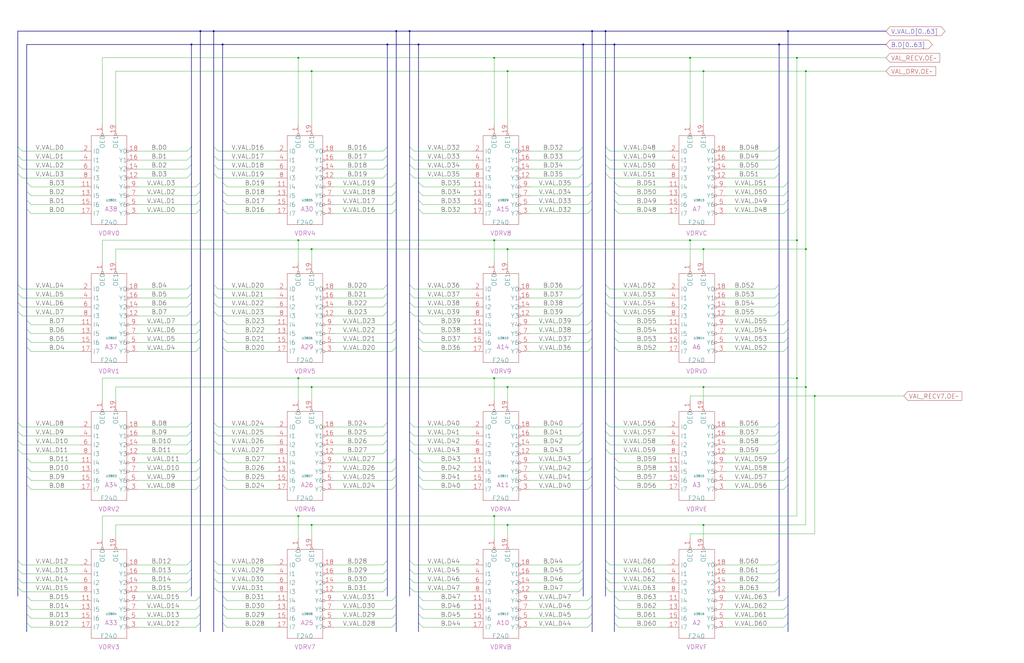
<source format=kicad_sch>
(kicad_sch (version 20220126) (generator eeschema)
  (paper "User" 584.2 378.46)
  (title_block (title "VAL DRIVER AND RECEIVER") (date "22-MAR-90") (rev "1.0") (comment 1 "VALUE") (comment 2 "232-003063") (comment 3 "S400") (comment 4 "RELEASED"))
  (bus (pts (xy 10.16 162.56) (xy 10.16 167.64)))
  (bus (pts (xy 10.16 167.64) (xy 10.16 172.72)))
  (bus (pts (xy 10.16 17.78) (xy 10.16 83.82)))
  (bus (pts (xy 10.16 17.78) (xy 114.3 17.78)))
  (bus (pts (xy 10.16 172.72) (xy 10.16 177.8)))
  (bus (pts (xy 10.16 177.8) (xy 10.16 241.3)))
  (bus (pts (xy 10.16 241.3) (xy 10.16 246.38)))
  (bus (pts (xy 10.16 246.38) (xy 10.16 251.46)))
  (bus (pts (xy 10.16 251.46) (xy 10.16 256.54)))
  (bus (pts (xy 10.16 256.54) (xy 10.16 320.04)))
  (bus (pts (xy 10.16 320.04) (xy 10.16 325.12)))
  (bus (pts (xy 10.16 325.12) (xy 10.16 330.2)))
  (bus (pts (xy 10.16 330.2) (xy 10.16 335.28)))
  (bus (pts (xy 10.16 335.28) (xy 10.16 340.36)))
  (bus (pts (xy 10.16 83.82) (xy 10.16 88.9)))
  (bus (pts (xy 10.16 88.9) (xy 10.16 93.98)))
  (bus (pts (xy 10.16 93.98) (xy 10.16 99.06)))
  (bus (pts (xy 10.16 99.06) (xy 10.16 162.56)))
  (bus (pts (xy 109.22 162.56) (xy 109.22 167.64)))
  (bus (pts (xy 109.22 167.64) (xy 109.22 172.72)))
  (bus (pts (xy 109.22 172.72) (xy 109.22 177.8)))
  (bus (pts (xy 109.22 177.8) (xy 109.22 241.3)))
  (bus (pts (xy 109.22 241.3) (xy 109.22 246.38)))
  (bus (pts (xy 109.22 246.38) (xy 109.22 251.46)))
  (bus (pts (xy 109.22 25.4) (xy 109.22 83.82)))
  (bus (pts (xy 109.22 25.4) (xy 127 25.4)))
  (bus (pts (xy 109.22 251.46) (xy 109.22 256.54)))
  (bus (pts (xy 109.22 256.54) (xy 109.22 320.04)))
  (bus (pts (xy 109.22 320.04) (xy 109.22 325.12)))
  (bus (pts (xy 109.22 325.12) (xy 109.22 330.2)))
  (bus (pts (xy 109.22 330.2) (xy 109.22 335.28)))
  (bus (pts (xy 109.22 335.28) (xy 109.22 340.36)))
  (bus (pts (xy 109.22 83.82) (xy 109.22 88.9)))
  (bus (pts (xy 109.22 88.9) (xy 109.22 93.98)))
  (bus (pts (xy 109.22 93.98) (xy 109.22 99.06)))
  (bus (pts (xy 109.22 99.06) (xy 109.22 162.56)))
  (bus (pts (xy 114.3 104.14) (xy 114.3 109.22)))
  (bus (pts (xy 114.3 109.22) (xy 114.3 114.3)))
  (bus (pts (xy 114.3 114.3) (xy 114.3 119.38)))
  (bus (pts (xy 114.3 119.38) (xy 114.3 182.88)))
  (bus (pts (xy 114.3 17.78) (xy 114.3 104.14)))
  (bus (pts (xy 114.3 17.78) (xy 121.92 17.78)))
  (bus (pts (xy 114.3 182.88) (xy 114.3 187.96)))
  (bus (pts (xy 114.3 187.96) (xy 114.3 193.04)))
  (bus (pts (xy 114.3 193.04) (xy 114.3 198.12)))
  (bus (pts (xy 114.3 198.12) (xy 114.3 261.62)))
  (bus (pts (xy 114.3 261.62) (xy 114.3 266.7)))
  (bus (pts (xy 114.3 266.7) (xy 114.3 271.78)))
  (bus (pts (xy 114.3 271.78) (xy 114.3 276.86)))
  (bus (pts (xy 114.3 276.86) (xy 114.3 340.36)))
  (bus (pts (xy 114.3 340.36) (xy 114.3 345.44)))
  (bus (pts (xy 114.3 345.44) (xy 114.3 350.52)))
  (bus (pts (xy 114.3 350.52) (xy 114.3 355.6)))
  (bus (pts (xy 114.3 355.6) (xy 114.3 360.68)))
  (bus (pts (xy 121.92 162.56) (xy 121.92 167.64)))
  (bus (pts (xy 121.92 167.64) (xy 121.92 172.72)))
  (bus (pts (xy 121.92 17.78) (xy 121.92 83.82)))
  (bus (pts (xy 121.92 17.78) (xy 226.06 17.78)))
  (bus (pts (xy 121.92 172.72) (xy 121.92 177.8)))
  (bus (pts (xy 121.92 177.8) (xy 121.92 241.3)))
  (bus (pts (xy 121.92 241.3) (xy 121.92 246.38)))
  (bus (pts (xy 121.92 246.38) (xy 121.92 251.46)))
  (bus (pts (xy 121.92 251.46) (xy 121.92 256.54)))
  (bus (pts (xy 121.92 256.54) (xy 121.92 320.04)))
  (bus (pts (xy 121.92 320.04) (xy 121.92 325.12)))
  (bus (pts (xy 121.92 325.12) (xy 121.92 330.2)))
  (bus (pts (xy 121.92 330.2) (xy 121.92 335.28)))
  (bus (pts (xy 121.92 335.28) (xy 121.92 360.68)))
  (bus (pts (xy 121.92 83.82) (xy 121.92 88.9)))
  (bus (pts (xy 121.92 88.9) (xy 121.92 93.98)))
  (bus (pts (xy 121.92 93.98) (xy 121.92 99.06)))
  (bus (pts (xy 121.92 99.06) (xy 121.92 162.56)))
  (bus (pts (xy 127 104.14) (xy 127 109.22)))
  (bus (pts (xy 127 109.22) (xy 127 114.3)))
  (bus (pts (xy 127 114.3) (xy 127 119.38)))
  (bus (pts (xy 127 119.38) (xy 127 182.88)))
  (bus (pts (xy 127 182.88) (xy 127 187.96)))
  (bus (pts (xy 127 187.96) (xy 127 193.04)))
  (bus (pts (xy 127 193.04) (xy 127 198.12)))
  (bus (pts (xy 127 198.12) (xy 127 261.62)))
  (bus (pts (xy 127 25.4) (xy 127 104.14)))
  (bus (pts (xy 127 25.4) (xy 220.98 25.4)))
  (bus (pts (xy 127 261.62) (xy 127 266.7)))
  (bus (pts (xy 127 266.7) (xy 127 271.78)))
  (bus (pts (xy 127 271.78) (xy 127 276.86)))
  (bus (pts (xy 127 276.86) (xy 127 340.36)))
  (bus (pts (xy 127 340.36) (xy 127 345.44)))
  (bus (pts (xy 127 345.44) (xy 127 350.52)))
  (bus (pts (xy 127 350.52) (xy 127 355.6)))
  (bus (pts (xy 127 355.6) (xy 127 360.68)))
  (bus (pts (xy 15.24 104.14) (xy 15.24 109.22)))
  (bus (pts (xy 15.24 109.22) (xy 15.24 114.3)))
  (bus (pts (xy 15.24 114.3) (xy 15.24 119.38)))
  (bus (pts (xy 15.24 119.38) (xy 15.24 182.88)))
  (bus (pts (xy 15.24 182.88) (xy 15.24 187.96)))
  (bus (pts (xy 15.24 187.96) (xy 15.24 193.04)))
  (bus (pts (xy 15.24 193.04) (xy 15.24 198.12)))
  (bus (pts (xy 15.24 198.12) (xy 15.24 261.62)))
  (bus (pts (xy 15.24 25.4) (xy 109.22 25.4)))
  (bus (pts (xy 15.24 25.4) (xy 15.24 104.14)))
  (bus (pts (xy 15.24 261.62) (xy 15.24 266.7)))
  (bus (pts (xy 15.24 266.7) (xy 15.24 271.78)))
  (bus (pts (xy 15.24 271.78) (xy 15.24 276.86)))
  (bus (pts (xy 15.24 276.86) (xy 15.24 340.36)))
  (bus (pts (xy 15.24 340.36) (xy 15.24 345.44)))
  (bus (pts (xy 15.24 345.44) (xy 15.24 350.52)))
  (bus (pts (xy 15.24 350.52) (xy 15.24 355.6)))
  (bus (pts (xy 15.24 355.6) (xy 15.24 360.68)))
  (bus (pts (xy 220.98 162.56) (xy 220.98 167.64)))
  (bus (pts (xy 220.98 167.64) (xy 220.98 172.72)))
  (bus (pts (xy 220.98 172.72) (xy 220.98 177.8)))
  (bus (pts (xy 220.98 177.8) (xy 220.98 241.3)))
  (bus (pts (xy 220.98 241.3) (xy 220.98 246.38)))
  (bus (pts (xy 220.98 246.38) (xy 220.98 251.46)))
  (bus (pts (xy 220.98 25.4) (xy 220.98 83.82)))
  (bus (pts (xy 220.98 25.4) (xy 238.76 25.4)))
  (bus (pts (xy 220.98 251.46) (xy 220.98 256.54)))
  (bus (pts (xy 220.98 256.54) (xy 220.98 320.04)))
  (bus (pts (xy 220.98 320.04) (xy 220.98 325.12)))
  (bus (pts (xy 220.98 325.12) (xy 220.98 330.2)))
  (bus (pts (xy 220.98 330.2) (xy 220.98 335.28)))
  (bus (pts (xy 220.98 335.28) (xy 220.98 340.36)))
  (bus (pts (xy 220.98 83.82) (xy 220.98 88.9)))
  (bus (pts (xy 220.98 88.9) (xy 220.98 93.98)))
  (bus (pts (xy 220.98 93.98) (xy 220.98 99.06)))
  (bus (pts (xy 220.98 99.06) (xy 220.98 162.56)))
  (bus (pts (xy 226.06 104.14) (xy 226.06 109.22)))
  (bus (pts (xy 226.06 109.22) (xy 226.06 114.3)))
  (bus (pts (xy 226.06 114.3) (xy 226.06 119.38)))
  (bus (pts (xy 226.06 119.38) (xy 226.06 182.88)))
  (bus (pts (xy 226.06 17.78) (xy 226.06 104.14)))
  (bus (pts (xy 226.06 17.78) (xy 233.68 17.78)))
  (bus (pts (xy 226.06 182.88) (xy 226.06 187.96)))
  (bus (pts (xy 226.06 187.96) (xy 226.06 193.04)))
  (bus (pts (xy 226.06 193.04) (xy 226.06 198.12)))
  (bus (pts (xy 226.06 198.12) (xy 226.06 261.62)))
  (bus (pts (xy 226.06 261.62) (xy 226.06 266.7)))
  (bus (pts (xy 226.06 266.7) (xy 226.06 271.78)))
  (bus (pts (xy 226.06 271.78) (xy 226.06 276.86)))
  (bus (pts (xy 226.06 276.86) (xy 226.06 340.36)))
  (bus (pts (xy 226.06 340.36) (xy 226.06 345.44)))
  (bus (pts (xy 226.06 345.44) (xy 226.06 350.52)))
  (bus (pts (xy 226.06 350.52) (xy 226.06 355.6)))
  (bus (pts (xy 226.06 355.6) (xy 226.06 360.68)))
  (bus (pts (xy 233.68 162.56) (xy 233.68 167.64)))
  (bus (pts (xy 233.68 167.64) (xy 233.68 172.72)))
  (bus (pts (xy 233.68 17.78) (xy 233.68 83.82)))
  (bus (pts (xy 233.68 17.78) (xy 337.82 17.78)))
  (bus (pts (xy 233.68 172.72) (xy 233.68 177.8)))
  (bus (pts (xy 233.68 177.8) (xy 233.68 241.3)))
  (bus (pts (xy 233.68 241.3) (xy 233.68 246.38)))
  (bus (pts (xy 233.68 246.38) (xy 233.68 251.46)))
  (bus (pts (xy 233.68 251.46) (xy 233.68 256.54)))
  (bus (pts (xy 233.68 256.54) (xy 233.68 320.04)))
  (bus (pts (xy 233.68 320.04) (xy 233.68 325.12)))
  (bus (pts (xy 233.68 325.12) (xy 233.68 330.2)))
  (bus (pts (xy 233.68 330.2) (xy 233.68 335.28)))
  (bus (pts (xy 233.68 335.28) (xy 233.68 340.36)))
  (bus (pts (xy 233.68 83.82) (xy 233.68 88.9)))
  (bus (pts (xy 233.68 88.9) (xy 233.68 93.98)))
  (bus (pts (xy 233.68 93.98) (xy 233.68 99.06)))
  (bus (pts (xy 233.68 99.06) (xy 233.68 162.56)))
  (bus (pts (xy 238.76 104.14) (xy 238.76 109.22)))
  (bus (pts (xy 238.76 109.22) (xy 238.76 114.3)))
  (bus (pts (xy 238.76 114.3) (xy 238.76 119.38)))
  (bus (pts (xy 238.76 119.38) (xy 238.76 182.88)))
  (bus (pts (xy 238.76 182.88) (xy 238.76 187.96)))
  (bus (pts (xy 238.76 187.96) (xy 238.76 193.04)))
  (bus (pts (xy 238.76 193.04) (xy 238.76 198.12)))
  (bus (pts (xy 238.76 198.12) (xy 238.76 261.62)))
  (bus (pts (xy 238.76 25.4) (xy 238.76 104.14)))
  (bus (pts (xy 238.76 25.4) (xy 332.74 25.4)))
  (bus (pts (xy 238.76 261.62) (xy 238.76 266.7)))
  (bus (pts (xy 238.76 266.7) (xy 238.76 271.78)))
  (bus (pts (xy 238.76 271.78) (xy 238.76 276.86)))
  (bus (pts (xy 238.76 276.86) (xy 238.76 340.36)))
  (bus (pts (xy 238.76 340.36) (xy 238.76 345.44)))
  (bus (pts (xy 238.76 345.44) (xy 238.76 350.52)))
  (bus (pts (xy 238.76 350.52) (xy 238.76 355.6)))
  (bus (pts (xy 238.76 355.6) (xy 238.76 360.68)))
  (bus (pts (xy 332.74 162.56) (xy 332.74 167.64)))
  (bus (pts (xy 332.74 167.64) (xy 332.74 172.72)))
  (bus (pts (xy 332.74 172.72) (xy 332.74 177.8)))
  (bus (pts (xy 332.74 177.8) (xy 332.74 241.3)))
  (bus (pts (xy 332.74 241.3) (xy 332.74 246.38)))
  (bus (pts (xy 332.74 246.38) (xy 332.74 251.46)))
  (bus (pts (xy 332.74 25.4) (xy 332.74 83.82)))
  (bus (pts (xy 332.74 25.4) (xy 350.52 25.4)))
  (bus (pts (xy 332.74 251.46) (xy 332.74 256.54)))
  (bus (pts (xy 332.74 256.54) (xy 332.74 320.04)))
  (bus (pts (xy 332.74 320.04) (xy 332.74 325.12)))
  (bus (pts (xy 332.74 325.12) (xy 332.74 330.2)))
  (bus (pts (xy 332.74 330.2) (xy 332.74 335.28)))
  (bus (pts (xy 332.74 335.28) (xy 332.74 340.36)))
  (bus (pts (xy 332.74 83.82) (xy 332.74 88.9)))
  (bus (pts (xy 332.74 88.9) (xy 332.74 93.98)))
  (bus (pts (xy 332.74 93.98) (xy 332.74 99.06)))
  (bus (pts (xy 332.74 99.06) (xy 332.74 162.56)))
  (bus (pts (xy 337.82 104.14) (xy 337.82 109.22)))
  (bus (pts (xy 337.82 109.22) (xy 337.82 114.3)))
  (bus (pts (xy 337.82 114.3) (xy 337.82 119.38)))
  (bus (pts (xy 337.82 119.38) (xy 337.82 182.88)))
  (bus (pts (xy 337.82 17.78) (xy 337.82 104.14)))
  (bus (pts (xy 337.82 17.78) (xy 345.44 17.78)))
  (bus (pts (xy 337.82 182.88) (xy 337.82 187.96)))
  (bus (pts (xy 337.82 187.96) (xy 337.82 193.04)))
  (bus (pts (xy 337.82 193.04) (xy 337.82 198.12)))
  (bus (pts (xy 337.82 198.12) (xy 337.82 261.62)))
  (bus (pts (xy 337.82 261.62) (xy 337.82 266.7)))
  (bus (pts (xy 337.82 266.7) (xy 337.82 271.78)))
  (bus (pts (xy 337.82 271.78) (xy 337.82 276.86)))
  (bus (pts (xy 337.82 276.86) (xy 337.82 340.36)))
  (bus (pts (xy 337.82 340.36) (xy 337.82 345.44)))
  (bus (pts (xy 337.82 345.44) (xy 337.82 350.52)))
  (bus (pts (xy 337.82 350.52) (xy 337.82 355.6)))
  (bus (pts (xy 337.82 355.6) (xy 337.82 360.68)))
  (bus (pts (xy 345.44 162.56) (xy 345.44 167.64)))
  (bus (pts (xy 345.44 167.64) (xy 345.44 172.72)))
  (bus (pts (xy 345.44 17.78) (xy 345.44 83.82)))
  (bus (pts (xy 345.44 17.78) (xy 449.58 17.78)))
  (bus (pts (xy 345.44 172.72) (xy 345.44 177.8)))
  (bus (pts (xy 345.44 177.8) (xy 345.44 241.3)))
  (bus (pts (xy 345.44 241.3) (xy 345.44 246.38)))
  (bus (pts (xy 345.44 246.38) (xy 345.44 251.46)))
  (bus (pts (xy 345.44 251.46) (xy 345.44 256.54)))
  (bus (pts (xy 345.44 256.54) (xy 345.44 320.04)))
  (bus (pts (xy 345.44 320.04) (xy 345.44 325.12)))
  (bus (pts (xy 345.44 325.12) (xy 345.44 330.2)))
  (bus (pts (xy 345.44 330.2) (xy 345.44 335.28)))
  (bus (pts (xy 345.44 335.28) (xy 345.44 340.36)))
  (bus (pts (xy 345.44 83.82) (xy 345.44 88.9)))
  (bus (pts (xy 345.44 88.9) (xy 345.44 93.98)))
  (bus (pts (xy 345.44 93.98) (xy 345.44 99.06)))
  (bus (pts (xy 345.44 99.06) (xy 345.44 162.56)))
  (bus (pts (xy 350.52 104.14) (xy 350.52 109.22)))
  (bus (pts (xy 350.52 109.22) (xy 350.52 114.3)))
  (bus (pts (xy 350.52 114.3) (xy 350.52 119.38)))
  (bus (pts (xy 350.52 119.38) (xy 350.52 182.88)))
  (bus (pts (xy 350.52 182.88) (xy 350.52 187.96)))
  (bus (pts (xy 350.52 187.96) (xy 350.52 193.04)))
  (bus (pts (xy 350.52 193.04) (xy 350.52 198.12)))
  (bus (pts (xy 350.52 198.12) (xy 350.52 261.62)))
  (bus (pts (xy 350.52 25.4) (xy 350.52 104.14)))
  (bus (pts (xy 350.52 25.4) (xy 444.5 25.4)))
  (bus (pts (xy 350.52 261.62) (xy 350.52 266.7)))
  (bus (pts (xy 350.52 266.7) (xy 350.52 271.78)))
  (bus (pts (xy 350.52 271.78) (xy 350.52 276.86)))
  (bus (pts (xy 350.52 276.86) (xy 350.52 340.36)))
  (bus (pts (xy 350.52 340.36) (xy 350.52 345.44)))
  (bus (pts (xy 350.52 345.44) (xy 350.52 350.52)))
  (bus (pts (xy 350.52 350.52) (xy 350.52 355.6)))
  (bus (pts (xy 350.52 355.6) (xy 350.52 360.68)))
  (bus (pts (xy 444.5 162.56) (xy 444.5 167.64)))
  (bus (pts (xy 444.5 167.64) (xy 444.5 172.72)))
  (bus (pts (xy 444.5 172.72) (xy 444.5 177.8)))
  (bus (pts (xy 444.5 177.8) (xy 444.5 241.3)))
  (bus (pts (xy 444.5 241.3) (xy 444.5 246.38)))
  (bus (pts (xy 444.5 246.38) (xy 444.5 251.46)))
  (bus (pts (xy 444.5 25.4) (xy 444.5 83.82)))
  (bus (pts (xy 444.5 25.4) (xy 505.46 25.4)))
  (bus (pts (xy 444.5 251.46) (xy 444.5 256.54)))
  (bus (pts (xy 444.5 256.54) (xy 444.5 320.04)))
  (bus (pts (xy 444.5 320.04) (xy 444.5 325.12)))
  (bus (pts (xy 444.5 325.12) (xy 444.5 330.2)))
  (bus (pts (xy 444.5 330.2) (xy 444.5 335.28)))
  (bus (pts (xy 444.5 335.28) (xy 444.5 340.36)))
  (bus (pts (xy 444.5 83.82) (xy 444.5 88.9)))
  (bus (pts (xy 444.5 88.9) (xy 444.5 93.98)))
  (bus (pts (xy 444.5 93.98) (xy 444.5 99.06)))
  (bus (pts (xy 444.5 99.06) (xy 444.5 162.56)))
  (bus (pts (xy 449.58 104.14) (xy 449.58 109.22)))
  (bus (pts (xy 449.58 109.22) (xy 449.58 114.3)))
  (bus (pts (xy 449.58 114.3) (xy 449.58 119.38)))
  (bus (pts (xy 449.58 119.38) (xy 449.58 182.88)))
  (bus (pts (xy 449.58 17.78) (xy 449.58 104.14)))
  (bus (pts (xy 449.58 17.78) (xy 505.46 17.78)))
  (bus (pts (xy 449.58 182.88) (xy 449.58 187.96)))
  (bus (pts (xy 449.58 187.96) (xy 449.58 193.04)))
  (bus (pts (xy 449.58 193.04) (xy 449.58 198.12)))
  (bus (pts (xy 449.58 198.12) (xy 449.58 261.62)))
  (bus (pts (xy 449.58 261.62) (xy 449.58 266.7)))
  (bus (pts (xy 449.58 266.7) (xy 449.58 271.78)))
  (bus (pts (xy 449.58 271.78) (xy 449.58 276.86)))
  (bus (pts (xy 449.58 276.86) (xy 449.58 340.36)))
  (bus (pts (xy 449.58 340.36) (xy 449.58 345.44)))
  (bus (pts (xy 449.58 345.44) (xy 449.58 350.52)))
  (bus (pts (xy 449.58 350.52) (xy 449.58 355.6)))
  (bus (pts (xy 449.58 355.6) (xy 449.58 360.68)))
  (wire (pts (xy 12.7 101.6) (xy 45.72 101.6)))
  (wire (pts (xy 12.7 165.1) (xy 45.72 165.1)))
  (wire (pts (xy 12.7 170.18) (xy 45.72 170.18)))
  (wire (pts (xy 12.7 175.26) (xy 45.72 175.26)))
  (wire (pts (xy 12.7 180.34) (xy 45.72 180.34)))
  (wire (pts (xy 12.7 243.84) (xy 45.72 243.84)))
  (wire (pts (xy 12.7 248.92) (xy 45.72 248.92)))
  (wire (pts (xy 12.7 254) (xy 45.72 254)))
  (wire (pts (xy 12.7 259.08) (xy 45.72 259.08)))
  (wire (pts (xy 12.7 322.58) (xy 45.72 322.58)))
  (wire (pts (xy 12.7 327.66) (xy 45.72 327.66)))
  (wire (pts (xy 12.7 332.74) (xy 45.72 332.74)))
  (wire (pts (xy 12.7 337.82) (xy 45.72 337.82)))
  (wire (pts (xy 12.7 86.36) (xy 45.72 86.36)))
  (wire (pts (xy 12.7 91.44) (xy 45.72 91.44)))
  (wire (pts (xy 12.7 96.52) (xy 45.72 96.52)))
  (wire (pts (xy 124.46 101.6) (xy 157.48 101.6)))
  (wire (pts (xy 124.46 165.1) (xy 157.48 165.1)))
  (wire (pts (xy 124.46 170.18) (xy 157.48 170.18)))
  (wire (pts (xy 124.46 175.26) (xy 157.48 175.26)))
  (wire (pts (xy 124.46 180.34) (xy 157.48 180.34)))
  (wire (pts (xy 124.46 243.84) (xy 157.48 243.84)))
  (wire (pts (xy 124.46 248.92) (xy 157.48 248.92)))
  (wire (pts (xy 124.46 254) (xy 157.48 254)))
  (wire (pts (xy 124.46 259.08) (xy 157.48 259.08)))
  (wire (pts (xy 124.46 322.58) (xy 157.48 322.58)))
  (wire (pts (xy 124.46 327.66) (xy 157.48 327.66)))
  (wire (pts (xy 124.46 332.74) (xy 157.48 332.74)))
  (wire (pts (xy 124.46 337.82) (xy 157.48 337.82)))
  (wire (pts (xy 124.46 86.36) (xy 157.48 86.36)))
  (wire (pts (xy 124.46 91.44) (xy 157.48 91.44)))
  (wire (pts (xy 124.46 96.52) (xy 157.48 96.52)))
  (wire (pts (xy 129.54 106.68) (xy 157.48 106.68)))
  (wire (pts (xy 129.54 111.76) (xy 157.48 111.76)))
  (wire (pts (xy 129.54 116.84) (xy 157.48 116.84)))
  (wire (pts (xy 129.54 121.92) (xy 157.48 121.92)))
  (wire (pts (xy 129.54 185.42) (xy 157.48 185.42)))
  (wire (pts (xy 129.54 190.5) (xy 157.48 190.5)))
  (wire (pts (xy 129.54 195.58) (xy 157.48 195.58)))
  (wire (pts (xy 129.54 200.66) (xy 157.48 200.66)))
  (wire (pts (xy 129.54 264.16) (xy 157.48 264.16)))
  (wire (pts (xy 129.54 269.24) (xy 157.48 269.24)))
  (wire (pts (xy 129.54 274.32) (xy 157.48 274.32)))
  (wire (pts (xy 129.54 279.4) (xy 157.48 279.4)))
  (wire (pts (xy 129.54 342.9) (xy 157.48 342.9)))
  (wire (pts (xy 129.54 347.98) (xy 157.48 347.98)))
  (wire (pts (xy 129.54 353.06) (xy 157.48 353.06)))
  (wire (pts (xy 129.54 358.14) (xy 157.48 358.14)))
  (wire (pts (xy 17.78 106.68) (xy 45.72 106.68)))
  (wire (pts (xy 17.78 111.76) (xy 45.72 111.76)))
  (wire (pts (xy 17.78 116.84) (xy 45.72 116.84)))
  (wire (pts (xy 17.78 121.92) (xy 45.72 121.92)))
  (wire (pts (xy 17.78 185.42) (xy 45.72 185.42)))
  (wire (pts (xy 17.78 190.5) (xy 45.72 190.5)))
  (wire (pts (xy 17.78 195.58) (xy 45.72 195.58)))
  (wire (pts (xy 17.78 200.66) (xy 45.72 200.66)))
  (wire (pts (xy 17.78 264.16) (xy 45.72 264.16)))
  (wire (pts (xy 17.78 269.24) (xy 45.72 269.24)))
  (wire (pts (xy 17.78 274.32) (xy 45.72 274.32)))
  (wire (pts (xy 17.78 279.4) (xy 45.72 279.4)))
  (wire (pts (xy 17.78 342.9) (xy 45.72 342.9)))
  (wire (pts (xy 17.78 347.98) (xy 45.72 347.98)))
  (wire (pts (xy 17.78 353.06) (xy 45.72 353.06)))
  (wire (pts (xy 17.78 358.14) (xy 45.72 358.14)))
  (wire (pts (xy 170.18 137.16) (xy 170.18 149.86)))
  (wire (pts (xy 170.18 137.16) (xy 281.94 137.16)))
  (wire (pts (xy 170.18 215.9) (xy 170.18 228.6)))
  (wire (pts (xy 170.18 215.9) (xy 281.94 215.9)))
  (wire (pts (xy 170.18 294.64) (xy 170.18 307.34)))
  (wire (pts (xy 170.18 294.64) (xy 281.94 294.64)))
  (wire (pts (xy 170.18 33.02) (xy 170.18 71.12)))
  (wire (pts (xy 170.18 33.02) (xy 58.42 33.02)))
  (wire (pts (xy 177.8 142.24) (xy 177.8 149.86)))
  (wire (pts (xy 177.8 142.24) (xy 289.56 142.24)))
  (wire (pts (xy 177.8 220.98) (xy 177.8 228.6)))
  (wire (pts (xy 177.8 220.98) (xy 289.56 220.98)))
  (wire (pts (xy 177.8 299.72) (xy 177.8 307.34)))
  (wire (pts (xy 177.8 299.72) (xy 66.04 299.72)))
  (wire (pts (xy 177.8 40.64) (xy 177.8 71.12)))
  (wire (pts (xy 177.8 40.64) (xy 289.56 40.64)))
  (wire (pts (xy 190.5 101.6) (xy 218.44 101.6)))
  (wire (pts (xy 190.5 106.68) (xy 223.52 106.68)))
  (wire (pts (xy 190.5 111.76) (xy 223.52 111.76)))
  (wire (pts (xy 190.5 116.84) (xy 223.52 116.84)))
  (wire (pts (xy 190.5 121.92) (xy 223.52 121.92)))
  (wire (pts (xy 190.5 165.1) (xy 218.44 165.1)))
  (wire (pts (xy 190.5 170.18) (xy 218.44 170.18)))
  (wire (pts (xy 190.5 175.26) (xy 218.44 175.26)))
  (wire (pts (xy 190.5 180.34) (xy 218.44 180.34)))
  (wire (pts (xy 190.5 185.42) (xy 223.52 185.42)))
  (wire (pts (xy 190.5 190.5) (xy 223.52 190.5)))
  (wire (pts (xy 190.5 195.58) (xy 223.52 195.58)))
  (wire (pts (xy 190.5 200.66) (xy 223.52 200.66)))
  (wire (pts (xy 190.5 243.84) (xy 218.44 243.84)))
  (wire (pts (xy 190.5 248.92) (xy 218.44 248.92)))
  (wire (pts (xy 190.5 254) (xy 218.44 254)))
  (wire (pts (xy 190.5 259.08) (xy 218.44 259.08)))
  (wire (pts (xy 190.5 264.16) (xy 223.52 264.16)))
  (wire (pts (xy 190.5 269.24) (xy 223.52 269.24)))
  (wire (pts (xy 190.5 274.32) (xy 223.52 274.32)))
  (wire (pts (xy 190.5 279.4) (xy 223.52 279.4)))
  (wire (pts (xy 190.5 322.58) (xy 218.44 322.58)))
  (wire (pts (xy 190.5 327.66) (xy 218.44 327.66)))
  (wire (pts (xy 190.5 332.74) (xy 218.44 332.74)))
  (wire (pts (xy 190.5 337.82) (xy 218.44 337.82)))
  (wire (pts (xy 190.5 342.9) (xy 223.52 342.9)))
  (wire (pts (xy 190.5 347.98) (xy 223.52 347.98)))
  (wire (pts (xy 190.5 353.06) (xy 223.52 353.06)))
  (wire (pts (xy 190.5 358.14) (xy 223.52 358.14)))
  (wire (pts (xy 190.5 86.36) (xy 218.44 86.36)))
  (wire (pts (xy 190.5 91.44) (xy 218.44 91.44)))
  (wire (pts (xy 190.5 96.52) (xy 218.44 96.52)))
  (wire (pts (xy 236.22 101.6) (xy 269.24 101.6)))
  (wire (pts (xy 236.22 165.1) (xy 269.24 165.1)))
  (wire (pts (xy 236.22 170.18) (xy 269.24 170.18)))
  (wire (pts (xy 236.22 175.26) (xy 269.24 175.26)))
  (wire (pts (xy 236.22 180.34) (xy 269.24 180.34)))
  (wire (pts (xy 236.22 243.84) (xy 269.24 243.84)))
  (wire (pts (xy 236.22 248.92) (xy 269.24 248.92)))
  (wire (pts (xy 236.22 254) (xy 269.24 254)))
  (wire (pts (xy 236.22 259.08) (xy 269.24 259.08)))
  (wire (pts (xy 236.22 322.58) (xy 269.24 322.58)))
  (wire (pts (xy 236.22 327.66) (xy 269.24 327.66)))
  (wire (pts (xy 236.22 332.74) (xy 269.24 332.74)))
  (wire (pts (xy 236.22 337.82) (xy 269.24 337.82)))
  (wire (pts (xy 236.22 86.36) (xy 269.24 86.36)))
  (wire (pts (xy 236.22 91.44) (xy 269.24 91.44)))
  (wire (pts (xy 236.22 96.52) (xy 269.24 96.52)))
  (wire (pts (xy 241.3 106.68) (xy 269.24 106.68)))
  (wire (pts (xy 241.3 111.76) (xy 269.24 111.76)))
  (wire (pts (xy 241.3 116.84) (xy 269.24 116.84)))
  (wire (pts (xy 241.3 121.92) (xy 269.24 121.92)))
  (wire (pts (xy 241.3 185.42) (xy 269.24 185.42)))
  (wire (pts (xy 241.3 190.5) (xy 269.24 190.5)))
  (wire (pts (xy 241.3 195.58) (xy 269.24 195.58)))
  (wire (pts (xy 241.3 200.66) (xy 269.24 200.66)))
  (wire (pts (xy 241.3 264.16) (xy 269.24 264.16)))
  (wire (pts (xy 241.3 269.24) (xy 269.24 269.24)))
  (wire (pts (xy 241.3 274.32) (xy 269.24 274.32)))
  (wire (pts (xy 241.3 279.4) (xy 269.24 279.4)))
  (wire (pts (xy 241.3 342.9) (xy 269.24 342.9)))
  (wire (pts (xy 241.3 347.98) (xy 269.24 347.98)))
  (wire (pts (xy 241.3 353.06) (xy 269.24 353.06)))
  (wire (pts (xy 241.3 358.14) (xy 269.24 358.14)))
  (wire (pts (xy 281.94 137.16) (xy 281.94 149.86)))
  (wire (pts (xy 281.94 137.16) (xy 393.7 137.16)))
  (wire (pts (xy 281.94 215.9) (xy 281.94 228.6)))
  (wire (pts (xy 281.94 215.9) (xy 454.66 215.9)))
  (wire (pts (xy 281.94 294.64) (xy 281.94 307.34)))
  (wire (pts (xy 281.94 294.64) (xy 454.66 294.64)))
  (wire (pts (xy 281.94 33.02) (xy 170.18 33.02)))
  (wire (pts (xy 281.94 33.02) (xy 281.94 71.12)))
  (wire (pts (xy 289.56 142.24) (xy 289.56 149.86)))
  (wire (pts (xy 289.56 142.24) (xy 401.32 142.24)))
  (wire (pts (xy 289.56 220.98) (xy 289.56 228.6)))
  (wire (pts (xy 289.56 220.98) (xy 401.32 220.98)))
  (wire (pts (xy 289.56 299.72) (xy 177.8 299.72)))
  (wire (pts (xy 289.56 299.72) (xy 289.56 307.34)))
  (wire (pts (xy 289.56 40.64) (xy 289.56 71.12)))
  (wire (pts (xy 289.56 40.64) (xy 401.32 40.64)))
  (wire (pts (xy 302.26 101.6) (xy 330.2 101.6)))
  (wire (pts (xy 302.26 106.68) (xy 335.28 106.68)))
  (wire (pts (xy 302.26 111.76) (xy 335.28 111.76)))
  (wire (pts (xy 302.26 116.84) (xy 335.28 116.84)))
  (wire (pts (xy 302.26 121.92) (xy 335.28 121.92)))
  (wire (pts (xy 302.26 165.1) (xy 330.2 165.1)))
  (wire (pts (xy 302.26 170.18) (xy 330.2 170.18)))
  (wire (pts (xy 302.26 175.26) (xy 330.2 175.26)))
  (wire (pts (xy 302.26 180.34) (xy 330.2 180.34)))
  (wire (pts (xy 302.26 185.42) (xy 335.28 185.42)))
  (wire (pts (xy 302.26 190.5) (xy 335.28 190.5)))
  (wire (pts (xy 302.26 195.58) (xy 335.28 195.58)))
  (wire (pts (xy 302.26 200.66) (xy 335.28 200.66)))
  (wire (pts (xy 302.26 243.84) (xy 330.2 243.84)))
  (wire (pts (xy 302.26 248.92) (xy 330.2 248.92)))
  (wire (pts (xy 302.26 254) (xy 330.2 254)))
  (wire (pts (xy 302.26 259.08) (xy 330.2 259.08)))
  (wire (pts (xy 302.26 264.16) (xy 335.28 264.16)))
  (wire (pts (xy 302.26 269.24) (xy 335.28 269.24)))
  (wire (pts (xy 302.26 274.32) (xy 335.28 274.32)))
  (wire (pts (xy 302.26 279.4) (xy 335.28 279.4)))
  (wire (pts (xy 302.26 322.58) (xy 330.2 322.58)))
  (wire (pts (xy 302.26 327.66) (xy 330.2 327.66)))
  (wire (pts (xy 302.26 332.74) (xy 330.2 332.74)))
  (wire (pts (xy 302.26 337.82) (xy 330.2 337.82)))
  (wire (pts (xy 302.26 342.9) (xy 335.28 342.9)))
  (wire (pts (xy 302.26 347.98) (xy 335.28 347.98)))
  (wire (pts (xy 302.26 353.06) (xy 335.28 353.06)))
  (wire (pts (xy 302.26 358.14) (xy 335.28 358.14)))
  (wire (pts (xy 302.26 86.36) (xy 330.2 86.36)))
  (wire (pts (xy 302.26 91.44) (xy 330.2 91.44)))
  (wire (pts (xy 302.26 96.52) (xy 330.2 96.52)))
  (wire (pts (xy 347.98 101.6) (xy 381 101.6)))
  (wire (pts (xy 347.98 165.1) (xy 381 165.1)))
  (wire (pts (xy 347.98 170.18) (xy 381 170.18)))
  (wire (pts (xy 347.98 175.26) (xy 381 175.26)))
  (wire (pts (xy 347.98 180.34) (xy 381 180.34)))
  (wire (pts (xy 347.98 243.84) (xy 381 243.84)))
  (wire (pts (xy 347.98 248.92) (xy 381 248.92)))
  (wire (pts (xy 347.98 254) (xy 381 254)))
  (wire (pts (xy 347.98 259.08) (xy 381 259.08)))
  (wire (pts (xy 347.98 322.58) (xy 381 322.58)))
  (wire (pts (xy 347.98 327.66) (xy 381 327.66)))
  (wire (pts (xy 347.98 332.74) (xy 381 332.74)))
  (wire (pts (xy 347.98 337.82) (xy 381 337.82)))
  (wire (pts (xy 347.98 86.36) (xy 381 86.36)))
  (wire (pts (xy 347.98 91.44) (xy 381 91.44)))
  (wire (pts (xy 347.98 96.52) (xy 381 96.52)))
  (wire (pts (xy 353.06 106.68) (xy 381 106.68)))
  (wire (pts (xy 353.06 111.76) (xy 381 111.76)))
  (wire (pts (xy 353.06 116.84) (xy 381 116.84)))
  (wire (pts (xy 353.06 121.92) (xy 381 121.92)))
  (wire (pts (xy 353.06 185.42) (xy 381 185.42)))
  (wire (pts (xy 353.06 190.5) (xy 381 190.5)))
  (wire (pts (xy 353.06 195.58) (xy 381 195.58)))
  (wire (pts (xy 353.06 200.66) (xy 381 200.66)))
  (wire (pts (xy 353.06 264.16) (xy 381 264.16)))
  (wire (pts (xy 353.06 269.24) (xy 381 269.24)))
  (wire (pts (xy 353.06 274.32) (xy 381 274.32)))
  (wire (pts (xy 353.06 279.4) (xy 381 279.4)))
  (wire (pts (xy 353.06 342.9) (xy 381 342.9)))
  (wire (pts (xy 353.06 347.98) (xy 381 347.98)))
  (wire (pts (xy 353.06 353.06) (xy 381 353.06)))
  (wire (pts (xy 353.06 358.14) (xy 381 358.14)))
  (wire (pts (xy 393.7 137.16) (xy 393.7 149.86)))
  (wire (pts (xy 393.7 137.16) (xy 454.66 137.16)))
  (wire (pts (xy 393.7 226.06) (xy 393.7 228.6)))
  (wire (pts (xy 393.7 304.8) (xy 464.82 304.8)))
  (wire (pts (xy 393.7 307.34) (xy 393.7 304.8)))
  (wire (pts (xy 393.7 33.02) (xy 281.94 33.02)))
  (wire (pts (xy 393.7 33.02) (xy 393.7 71.12)))
  (wire (pts (xy 401.32 142.24) (xy 401.32 149.86)))
  (wire (pts (xy 401.32 142.24) (xy 459.74 142.24)))
  (wire (pts (xy 401.32 220.98) (xy 401.32 228.6)))
  (wire (pts (xy 401.32 220.98) (xy 459.74 220.98)))
  (wire (pts (xy 401.32 299.72) (xy 289.56 299.72)))
  (wire (pts (xy 401.32 299.72) (xy 401.32 307.34)))
  (wire (pts (xy 401.32 40.64) (xy 401.32 71.12)))
  (wire (pts (xy 401.32 40.64) (xy 459.74 40.64)))
  (wire (pts (xy 414.02 101.6) (xy 441.96 101.6)))
  (wire (pts (xy 414.02 106.68) (xy 447.04 106.68)))
  (wire (pts (xy 414.02 111.76) (xy 447.04 111.76)))
  (wire (pts (xy 414.02 116.84) (xy 447.04 116.84)))
  (wire (pts (xy 414.02 121.92) (xy 447.04 121.92)))
  (wire (pts (xy 414.02 165.1) (xy 441.96 165.1)))
  (wire (pts (xy 414.02 170.18) (xy 441.96 170.18)))
  (wire (pts (xy 414.02 175.26) (xy 441.96 175.26)))
  (wire (pts (xy 414.02 180.34) (xy 441.96 180.34)))
  (wire (pts (xy 414.02 185.42) (xy 447.04 185.42)))
  (wire (pts (xy 414.02 190.5) (xy 447.04 190.5)))
  (wire (pts (xy 414.02 195.58) (xy 447.04 195.58)))
  (wire (pts (xy 414.02 200.66) (xy 447.04 200.66)))
  (wire (pts (xy 414.02 243.84) (xy 441.96 243.84)))
  (wire (pts (xy 414.02 248.92) (xy 441.96 248.92)))
  (wire (pts (xy 414.02 254) (xy 441.96 254)))
  (wire (pts (xy 414.02 259.08) (xy 441.96 259.08)))
  (wire (pts (xy 414.02 264.16) (xy 447.04 264.16)))
  (wire (pts (xy 414.02 269.24) (xy 447.04 269.24)))
  (wire (pts (xy 414.02 274.32) (xy 447.04 274.32)))
  (wire (pts (xy 414.02 279.4) (xy 447.04 279.4)))
  (wire (pts (xy 414.02 322.58) (xy 441.96 322.58)))
  (wire (pts (xy 414.02 327.66) (xy 441.96 327.66)))
  (wire (pts (xy 414.02 332.74) (xy 441.96 332.74)))
  (wire (pts (xy 414.02 337.82) (xy 441.96 337.82)))
  (wire (pts (xy 414.02 342.9) (xy 447.04 342.9)))
  (wire (pts (xy 414.02 347.98) (xy 447.04 347.98)))
  (wire (pts (xy 414.02 353.06) (xy 447.04 353.06)))
  (wire (pts (xy 414.02 358.14) (xy 447.04 358.14)))
  (wire (pts (xy 414.02 86.36) (xy 441.96 86.36)))
  (wire (pts (xy 414.02 91.44) (xy 441.96 91.44)))
  (wire (pts (xy 414.02 96.52) (xy 441.96 96.52)))
  (wire (pts (xy 454.66 137.16) (xy 454.66 33.02)))
  (wire (pts (xy 454.66 215.9) (xy 454.66 137.16)))
  (wire (pts (xy 454.66 294.64) (xy 454.66 215.9)))
  (wire (pts (xy 454.66 33.02) (xy 393.7 33.02)))
  (wire (pts (xy 454.66 33.02) (xy 505.46 33.02)))
  (wire (pts (xy 459.74 142.24) (xy 459.74 220.98)))
  (wire (pts (xy 459.74 220.98) (xy 459.74 299.72)))
  (wire (pts (xy 459.74 299.72) (xy 401.32 299.72)))
  (wire (pts (xy 459.74 40.64) (xy 459.74 142.24)))
  (wire (pts (xy 459.74 40.64) (xy 505.46 40.64)))
  (wire (pts (xy 464.82 226.06) (xy 393.7 226.06)))
  (wire (pts (xy 464.82 304.8) (xy 464.82 226.06)))
  (wire (pts (xy 515.62 226.06) (xy 464.82 226.06)))
  (wire (pts (xy 58.42 137.16) (xy 170.18 137.16)))
  (wire (pts (xy 58.42 137.16) (xy 58.42 149.86)))
  (wire (pts (xy 58.42 215.9) (xy 170.18 215.9)))
  (wire (pts (xy 58.42 215.9) (xy 58.42 228.6)))
  (wire (pts (xy 58.42 294.64) (xy 170.18 294.64)))
  (wire (pts (xy 58.42 294.64) (xy 58.42 307.34)))
  (wire (pts (xy 58.42 33.02) (xy 58.42 71.12)))
  (wire (pts (xy 66.04 142.24) (xy 177.8 142.24)))
  (wire (pts (xy 66.04 142.24) (xy 66.04 149.86)))
  (wire (pts (xy 66.04 220.98) (xy 177.8 220.98)))
  (wire (pts (xy 66.04 220.98) (xy 66.04 228.6)))
  (wire (pts (xy 66.04 299.72) (xy 66.04 307.34)))
  (wire (pts (xy 66.04 40.64) (xy 177.8 40.64)))
  (wire (pts (xy 66.04 40.64) (xy 66.04 71.12)))
  (wire (pts (xy 78.74 101.6) (xy 106.68 101.6)))
  (wire (pts (xy 78.74 106.68) (xy 111.76 106.68)))
  (wire (pts (xy 78.74 111.76) (xy 111.76 111.76)))
  (wire (pts (xy 78.74 116.84) (xy 111.76 116.84)))
  (wire (pts (xy 78.74 121.92) (xy 111.76 121.92)))
  (wire (pts (xy 78.74 165.1) (xy 106.68 165.1)))
  (wire (pts (xy 78.74 170.18) (xy 106.68 170.18)))
  (wire (pts (xy 78.74 175.26) (xy 106.68 175.26)))
  (wire (pts (xy 78.74 180.34) (xy 106.68 180.34)))
  (wire (pts (xy 78.74 185.42) (xy 111.76 185.42)))
  (wire (pts (xy 78.74 190.5) (xy 111.76 190.5)))
  (wire (pts (xy 78.74 195.58) (xy 111.76 195.58)))
  (wire (pts (xy 78.74 200.66) (xy 111.76 200.66)))
  (wire (pts (xy 78.74 243.84) (xy 106.68 243.84)))
  (wire (pts (xy 78.74 248.92) (xy 106.68 248.92)))
  (wire (pts (xy 78.74 254) (xy 106.68 254)))
  (wire (pts (xy 78.74 259.08) (xy 106.68 259.08)))
  (wire (pts (xy 78.74 264.16) (xy 111.76 264.16)))
  (wire (pts (xy 78.74 269.24) (xy 111.76 269.24)))
  (wire (pts (xy 78.74 274.32) (xy 111.76 274.32)))
  (wire (pts (xy 78.74 279.4) (xy 111.76 279.4)))
  (wire (pts (xy 78.74 322.58) (xy 106.68 322.58)))
  (wire (pts (xy 78.74 327.66) (xy 106.68 327.66)))
  (wire (pts (xy 78.74 332.74) (xy 106.68 332.74)))
  (wire (pts (xy 78.74 337.82) (xy 106.68 337.82)))
  (wire (pts (xy 78.74 342.9) (xy 111.76 342.9)))
  (wire (pts (xy 78.74 347.98) (xy 111.76 347.98)))
  (wire (pts (xy 78.74 353.06) (xy 111.76 353.06)))
  (wire (pts (xy 78.74 358.14) (xy 111.76 358.14)))
  (wire (pts (xy 78.74 86.36) (xy 106.68 86.36)))
  (wire (pts (xy 78.74 91.44) (xy 106.68 91.44)))
  (wire (pts (xy 78.74 96.52) (xy 106.68 96.52)))
  (bus_entry (at 10.16 83.82) (size 2.54 2.54))
  (bus_entry (at 10.16 88.9) (size 2.54 2.54))
  (bus_entry (at 10.16 93.98) (size 2.54 2.54))
  (bus_entry (at 10.16 99.06) (size 2.54 2.54))
  (bus_entry (at 10.16 162.56) (size 2.54 2.54))
  (bus_entry (at 10.16 167.64) (size 2.54 2.54))
  (bus_entry (at 10.16 172.72) (size 2.54 2.54))
  (bus_entry (at 10.16 177.8) (size 2.54 2.54))
  (bus_entry (at 10.16 241.3) (size 2.54 2.54))
  (bus_entry (at 10.16 246.38) (size 2.54 2.54))
  (bus_entry (at 10.16 251.46) (size 2.54 2.54))
  (bus_entry (at 10.16 256.54) (size 2.54 2.54))
  (bus_entry (at 10.16 320.04) (size 2.54 2.54))
  (bus_entry (at 10.16 325.12) (size 2.54 2.54))
  (bus_entry (at 10.16 330.2) (size 2.54 2.54))
  (bus_entry (at 10.16 335.28) (size 2.54 2.54))
  (bus_entry (at 15.24 104.14) (size 2.54 2.54))
  (bus_entry (at 15.24 109.22) (size 2.54 2.54))
  (bus_entry (at 15.24 114.3) (size 2.54 2.54))
  (bus_entry (at 15.24 119.38) (size 2.54 2.54))
  (bus_entry (at 15.24 182.88) (size 2.54 2.54))
  (bus_entry (at 15.24 187.96) (size 2.54 2.54))
  (bus_entry (at 15.24 193.04) (size 2.54 2.54))
  (bus_entry (at 15.24 198.12) (size 2.54 2.54))
  (bus_entry (at 15.24 261.62) (size 2.54 2.54))
  (bus_entry (at 15.24 266.7) (size 2.54 2.54))
  (bus_entry (at 15.24 271.78) (size 2.54 2.54))
  (bus_entry (at 15.24 276.86) (size 2.54 2.54))
  (bus_entry (at 15.24 340.36) (size 2.54 2.54))
  (bus_entry (at 15.24 345.44) (size 2.54 2.54))
  (bus_entry (at 15.24 350.52) (size 2.54 2.54))
  (bus_entry (at 15.24 355.6) (size 2.54 2.54))
  (label "V.VAL.D0" (at 20.32 86.36 0) (effects (font (size 2.54 2.54))))
  (label "V.VAL.D1" (at 20.32 91.44 0) (effects (font (size 2.54 2.54))))
  (label "V.VAL.D2" (at 20.32 96.52 0) (effects (font (size 2.54 2.54))))
  (label "V.VAL.D3" (at 20.32 101.6 0) (effects (font (size 2.54 2.54))))
  (label "V.VAL.D4" (at 20.32 165.1 0) (effects (font (size 2.54 2.54))))
  (label "V.VAL.D5" (at 20.32 170.18 0) (effects (font (size 2.54 2.54))))
  (label "V.VAL.D6" (at 20.32 175.26 0) (effects (font (size 2.54 2.54))))
  (label "V.VAL.D7" (at 20.32 180.34 0) (effects (font (size 2.54 2.54))))
  (label "V.VAL.D8" (at 20.32 243.84 0) (effects (font (size 2.54 2.54))))
  (label "V.VAL.D9" (at 20.32 248.92 0) (effects (font (size 2.54 2.54))))
  (label "V.VAL.D10" (at 20.32 254 0) (effects (font (size 2.54 2.54))))
  (label "V.VAL.D11" (at 20.32 259.08 0) (effects (font (size 2.54 2.54))))
  (label "V.VAL.D12" (at 20.32 322.58 0) (effects (font (size 2.54 2.54))))
  (label "V.VAL.D13" (at 20.32 327.66 0) (effects (font (size 2.54 2.54))))
  (label "V.VAL.D14" (at 20.32 332.74 0) (effects (font (size 2.54 2.54))))
  (label "V.VAL.D15" (at 20.32 337.82 0) (effects (font (size 2.54 2.54))))
  (label "B.D3" (at 27.94 106.68 0) (effects (font (size 2.54 2.54))))
  (label "B.D2" (at 27.94 111.76 0) (effects (font (size 2.54 2.54))))
  (label "B.D1" (at 27.94 116.84 0) (effects (font (size 2.54 2.54))))
  (label "B.D0" (at 27.94 121.92 0) (effects (font (size 2.54 2.54))))
  (label "B.D7" (at 27.94 185.42 0) (effects (font (size 2.54 2.54))))
  (label "B.D6" (at 27.94 190.5 0) (effects (font (size 2.54 2.54))))
  (label "B.D5" (at 27.94 195.58 0) (effects (font (size 2.54 2.54))))
  (label "B.D4" (at 27.94 200.66 0) (effects (font (size 2.54 2.54))))
  (label "B.D11" (at 27.94 264.16 0) (effects (font (size 2.54 2.54))))
  (label "B.D10" (at 27.94 269.24 0) (effects (font (size 2.54 2.54))))
  (label "B.D9" (at 27.94 274.32 0) (effects (font (size 2.54 2.54))))
  (label "B.D8" (at 27.94 279.4 0) (effects (font (size 2.54 2.54))))
  (label "B.D15" (at 27.94 342.9 0) (effects (font (size 2.54 2.54))))
  (label "B.D14" (at 27.94 347.98 0) (effects (font (size 2.54 2.54))))
  (label "B.D13" (at 27.94 353.06 0) (effects (font (size 2.54 2.54))))
  (label "B.D12" (at 27.94 358.14 0) (effects (font (size 2.54 2.54))))
  (symbol (lib_id "r1000:F240") (at 60.96 119.38 0) (unit 1)
    (property "Reference" "U3801" (at 63.5 114.3 0))
    (property "Value" "F240" (at 57.15 127 0) (effects (font (size 2.54 2.54)) (justify left)))
    (property "Location" "A38" (at 59.69 119.38 0) (effects (font (size 2.54 2.54)) (justify left)))
    (property "Name" "VDRV0" (at 62.23 134.62 0) (effects (font (size 2.54 2.54)) (justify bottom)))
  )
  (symbol (lib_id "r1000:F240") (at 60.96 198.12 0) (unit 1)
    (property "Reference" "U3802" (at 63.5 193.04 0))
    (property "Value" "F240" (at 57.15 205.74 0) (effects (font (size 2.54 2.54)) (justify left)))
    (property "Location" "A37" (at 59.69 198.12 0) (effects (font (size 2.54 2.54)) (justify left)))
    (property "Name" "VDRV1" (at 62.23 213.36 0) (effects (font (size 2.54 2.54)) (justify bottom)))
  )
  (symbol (lib_id "r1000:F240") (at 60.96 276.86 0) (unit 1)
    (property "Reference" "U3803" (at 63.5 271.78 0))
    (property "Value" "F240" (at 57.15 284.48 0) (effects (font (size 2.54 2.54)) (justify left)))
    (property "Location" "A34" (at 59.69 276.86 0) (effects (font (size 2.54 2.54)) (justify left)))
    (property "Name" "VDRV2" (at 62.23 292.1 0) (effects (font (size 2.54 2.54)) (justify bottom)))
  )
  (symbol (lib_id "r1000:F240") (at 60.96 355.6 0) (unit 1)
    (property "Reference" "U3804" (at 63.5 350.52 0))
    (property "Value" "F240" (at 57.15 363.22 0) (effects (font (size 2.54 2.54)) (justify left)))
    (property "Location" "A33" (at 59.69 355.6 0) (effects (font (size 2.54 2.54)) (justify left)))
    (property "Name" "VDRV3" (at 62.23 370.84 0) (effects (font (size 2.54 2.54)) (justify bottom)))
  )
  (label "V.VAL.D3" (at 83.82 106.68 0) (effects (font (size 2.54 2.54))))
  (label "V.VAL.D2" (at 83.82 111.76 0) (effects (font (size 2.54 2.54))))
  (label "V.VAL.D1" (at 83.82 116.84 0) (effects (font (size 2.54 2.54))))
  (label "V.VAL.D0" (at 83.82 121.92 0) (effects (font (size 2.54 2.54))))
  (label "V.VAL.D7" (at 83.82 185.42 0) (effects (font (size 2.54 2.54))))
  (label "V.VAL.D6" (at 83.82 190.5 0) (effects (font (size 2.54 2.54))))
  (label "V.VAL.D5" (at 83.82 195.58 0) (effects (font (size 2.54 2.54))))
  (label "V.VAL.D4" (at 83.82 200.66 0) (effects (font (size 2.54 2.54))))
  (label "V.VAL.D11" (at 83.82 264.16 0) (effects (font (size 2.54 2.54))))
  (label "V.VAL.D10" (at 83.82 269.24 0) (effects (font (size 2.54 2.54))))
  (label "V.VAL.D9" (at 83.82 274.32 0) (effects (font (size 2.54 2.54))))
  (label "V.VAL.D8" (at 83.82 279.4 0) (effects (font (size 2.54 2.54))))
  (label "V.VAL.D15" (at 83.82 342.9 0) (effects (font (size 2.54 2.54))))
  (label "V.VAL.D14" (at 83.82 347.98 0) (effects (font (size 2.54 2.54))))
  (label "V.VAL.D13" (at 83.82 353.06 0) (effects (font (size 2.54 2.54))))
  (label "V.VAL.D12" (at 83.82 358.14 0) (effects (font (size 2.54 2.54))))
  (label "B.D0" (at 86.36 86.36 0) (effects (font (size 2.54 2.54))))
  (label "B.D1" (at 86.36 91.44 0) (effects (font (size 2.54 2.54))))
  (label "B.D2" (at 86.36 96.52 0) (effects (font (size 2.54 2.54))))
  (label "B.D3" (at 86.36 101.6 0) (effects (font (size 2.54 2.54))))
  (label "B.D4" (at 86.36 165.1 0) (effects (font (size 2.54 2.54))))
  (label "B.D5" (at 86.36 170.18 0) (effects (font (size 2.54 2.54))))
  (label "B.D6" (at 86.36 175.26 0) (effects (font (size 2.54 2.54))))
  (label "B.D7" (at 86.36 180.34 0) (effects (font (size 2.54 2.54))))
  (label "B.D8" (at 86.36 243.84 0) (effects (font (size 2.54 2.54))))
  (label "B.D9" (at 86.36 248.92 0) (effects (font (size 2.54 2.54))))
  (label "B.D10" (at 86.36 254 0) (effects (font (size 2.54 2.54))))
  (label "B.D11" (at 86.36 259.08 0) (effects (font (size 2.54 2.54))))
  (label "B.D12" (at 86.36 322.58 0) (effects (font (size 2.54 2.54))))
  (label "B.D13" (at 86.36 327.66 0) (effects (font (size 2.54 2.54))))
  (label "B.D14" (at 86.36 332.74 0) (effects (font (size 2.54 2.54))))
  (label "B.D15" (at 86.36 337.82 0) (effects (font (size 2.54 2.54))))
  (junction (at 109.22 25.4))
  (bus_entry (at 109.22 83.82) (size -2.54 2.54))
  (bus_entry (at 109.22 88.9) (size -2.54 2.54))
  (bus_entry (at 109.22 93.98) (size -2.54 2.54))
  (bus_entry (at 109.22 99.06) (size -2.54 2.54))
  (bus_entry (at 109.22 162.56) (size -2.54 2.54))
  (bus_entry (at 109.22 167.64) (size -2.54 2.54))
  (bus_entry (at 109.22 172.72) (size -2.54 2.54))
  (bus_entry (at 109.22 177.8) (size -2.54 2.54))
  (bus_entry (at 109.22 241.3) (size -2.54 2.54))
  (bus_entry (at 109.22 246.38) (size -2.54 2.54))
  (bus_entry (at 109.22 251.46) (size -2.54 2.54))
  (bus_entry (at 109.22 256.54) (size -2.54 2.54))
  (bus_entry (at 109.22 320.04) (size -2.54 2.54))
  (bus_entry (at 109.22 325.12) (size -2.54 2.54))
  (bus_entry (at 109.22 330.2) (size -2.54 2.54))
  (bus_entry (at 109.22 335.28) (size -2.54 2.54))
  (junction (at 114.3 17.78))
  (bus_entry (at 114.3 104.14) (size -2.54 2.54))
  (bus_entry (at 114.3 109.22) (size -2.54 2.54))
  (bus_entry (at 114.3 114.3) (size -2.54 2.54))
  (bus_entry (at 114.3 119.38) (size -2.54 2.54))
  (bus_entry (at 114.3 182.88) (size -2.54 2.54))
  (bus_entry (at 114.3 187.96) (size -2.54 2.54))
  (bus_entry (at 114.3 193.04) (size -2.54 2.54))
  (bus_entry (at 114.3 198.12) (size -2.54 2.54))
  (bus_entry (at 114.3 261.62) (size -2.54 2.54))
  (bus_entry (at 114.3 266.7) (size -2.54 2.54))
  (bus_entry (at 114.3 271.78) (size -2.54 2.54))
  (bus_entry (at 114.3 276.86) (size -2.54 2.54))
  (bus_entry (at 114.3 340.36) (size -2.54 2.54))
  (bus_entry (at 114.3 345.44) (size -2.54 2.54))
  (bus_entry (at 114.3 350.52) (size -2.54 2.54))
  (bus_entry (at 114.3 355.6) (size -2.54 2.54))
  (junction (at 121.92 17.78))
  (bus_entry (at 121.92 83.82) (size 2.54 2.54))
  (bus_entry (at 121.92 88.9) (size 2.54 2.54))
  (bus_entry (at 121.92 93.98) (size 2.54 2.54))
  (bus_entry (at 121.92 99.06) (size 2.54 2.54))
  (bus_entry (at 121.92 162.56) (size 2.54 2.54))
  (bus_entry (at 121.92 167.64) (size 2.54 2.54))
  (bus_entry (at 121.92 172.72) (size 2.54 2.54))
  (bus_entry (at 121.92 177.8) (size 2.54 2.54))
  (bus_entry (at 121.92 241.3) (size 2.54 2.54))
  (bus_entry (at 121.92 246.38) (size 2.54 2.54))
  (bus_entry (at 121.92 251.46) (size 2.54 2.54))
  (bus_entry (at 121.92 256.54) (size 2.54 2.54))
  (bus_entry (at 121.92 320.04) (size 2.54 2.54))
  (bus_entry (at 121.92 325.12) (size 2.54 2.54))
  (bus_entry (at 121.92 330.2) (size 2.54 2.54))
  (bus_entry (at 121.92 335.28) (size 2.54 2.54))
  (junction (at 127 25.4))
  (bus_entry (at 127 104.14) (size 2.54 2.54))
  (bus_entry (at 127 109.22) (size 2.54 2.54))
  (bus_entry (at 127 114.3) (size 2.54 2.54))
  (bus_entry (at 127 119.38) (size 2.54 2.54))
  (bus_entry (at 127 182.88) (size 2.54 2.54))
  (bus_entry (at 127 187.96) (size 2.54 2.54))
  (bus_entry (at 127 193.04) (size 2.54 2.54))
  (bus_entry (at 127 198.12) (size 2.54 2.54))
  (bus_entry (at 127 261.62) (size 2.54 2.54))
  (bus_entry (at 127 266.7) (size 2.54 2.54))
  (bus_entry (at 127 271.78) (size 2.54 2.54))
  (bus_entry (at 127 276.86) (size 2.54 2.54))
  (bus_entry (at 127 340.36) (size 2.54 2.54))
  (bus_entry (at 127 345.44) (size 2.54 2.54))
  (bus_entry (at 127 350.52) (size 2.54 2.54))
  (bus_entry (at 127 355.6) (size 2.54 2.54))
  (label "V.VAL.D16" (at 132.08 86.36 0) (effects (font (size 2.54 2.54))))
  (label "V.VAL.D17" (at 132.08 91.44 0) (effects (font (size 2.54 2.54))))
  (label "V.VAL.D18" (at 132.08 96.52 0) (effects (font (size 2.54 2.54))))
  (label "V.VAL.D19" (at 132.08 101.6 0) (effects (font (size 2.54 2.54))))
  (label "V.VAL.D20" (at 132.08 165.1 0) (effects (font (size 2.54 2.54))))
  (label "V.VAL.D21" (at 132.08 170.18 0) (effects (font (size 2.54 2.54))))
  (label "V.VAL.D22" (at 132.08 175.26 0) (effects (font (size 2.54 2.54))))
  (label "V.VAL.D23" (at 132.08 180.34 0) (effects (font (size 2.54 2.54))))
  (label "V.VAL.D24" (at 132.08 243.84 0) (effects (font (size 2.54 2.54))))
  (label "V.VAL.D25" (at 132.08 248.92 0) (effects (font (size 2.54 2.54))))
  (label "V.VAL.D26" (at 132.08 254 0) (effects (font (size 2.54 2.54))))
  (label "V.VAL.D27" (at 132.08 259.08 0) (effects (font (size 2.54 2.54))))
  (label "V.VAL.D28" (at 132.08 322.58 0) (effects (font (size 2.54 2.54))))
  (label "V.VAL.D29" (at 132.08 327.66 0) (effects (font (size 2.54 2.54))))
  (label "V.VAL.D30" (at 132.08 332.74 0) (effects (font (size 2.54 2.54))))
  (label "V.VAL.D31" (at 132.08 337.82 0) (effects (font (size 2.54 2.54))))
  (label "B.D19" (at 139.7 106.68 0) (effects (font (size 2.54 2.54))))
  (label "B.D18" (at 139.7 111.76 0) (effects (font (size 2.54 2.54))))
  (label "B.D17" (at 139.7 116.84 0) (effects (font (size 2.54 2.54))))
  (label "B.D16" (at 139.7 121.92 0) (effects (font (size 2.54 2.54))))
  (label "B.D23" (at 139.7 185.42 0) (effects (font (size 2.54 2.54))))
  (label "B.D22" (at 139.7 190.5 0) (effects (font (size 2.54 2.54))))
  (label "B.D21" (at 139.7 195.58 0) (effects (font (size 2.54 2.54))))
  (label "B.D20" (at 139.7 200.66 0) (effects (font (size 2.54 2.54))))
  (label "B.D27" (at 139.7 264.16 0) (effects (font (size 2.54 2.54))))
  (label "B.D26" (at 139.7 269.24 0) (effects (font (size 2.54 2.54))))
  (label "B.D25" (at 139.7 274.32 0) (effects (font (size 2.54 2.54))))
  (label "B.D24" (at 139.7 279.4 0) (effects (font (size 2.54 2.54))))
  (label "B.D31" (at 139.7 342.9 0) (effects (font (size 2.54 2.54))))
  (label "B.D30" (at 139.7 347.98 0) (effects (font (size 2.54 2.54))))
  (label "B.D29" (at 139.7 353.06 0) (effects (font (size 2.54 2.54))))
  (label "B.D28" (at 139.7 358.14 0) (effects (font (size 2.54 2.54))))
  (junction (at 170.18 33.02))
  (junction (at 170.18 137.16))
  (junction (at 170.18 215.9))
  (junction (at 170.18 294.64))
  (symbol (lib_id "r1000:F240") (at 172.72 119.38 0) (unit 1)
    (property "Reference" "U3805" (at 175.26 114.3 0))
    (property "Value" "F240" (at 168.91 127 0) (effects (font (size 2.54 2.54)) (justify left)))
    (property "Location" "A30" (at 171.45 119.38 0) (effects (font (size 2.54 2.54)) (justify left)))
    (property "Name" "VDRV4" (at 173.99 134.62 0) (effects (font (size 2.54 2.54)) (justify bottom)))
  )
  (symbol (lib_id "r1000:F240") (at 172.72 198.12 0) (unit 1)
    (property "Reference" "U3806" (at 175.26 193.04 0))
    (property "Value" "F240" (at 168.91 205.74 0) (effects (font (size 2.54 2.54)) (justify left)))
    (property "Location" "A29" (at 171.45 198.12 0) (effects (font (size 2.54 2.54)) (justify left)))
    (property "Name" "VDRV5" (at 173.99 213.36 0) (effects (font (size 2.54 2.54)) (justify bottom)))
  )
  (symbol (lib_id "r1000:F240") (at 172.72 276.86 0) (unit 1)
    (property "Reference" "U3807" (at 175.26 271.78 0))
    (property "Value" "F240" (at 168.91 284.48 0) (effects (font (size 2.54 2.54)) (justify left)))
    (property "Location" "A26" (at 171.45 276.86 0) (effects (font (size 2.54 2.54)) (justify left)))
    (property "Name" "VDRV6" (at 173.99 292.1 0) (effects (font (size 2.54 2.54)) (justify bottom)))
  )
  (symbol (lib_id "r1000:F240") (at 172.72 355.6 0) (unit 1)
    (property "Reference" "U3808" (at 175.26 350.52 0))
    (property "Value" "F240" (at 168.91 363.22 0) (effects (font (size 2.54 2.54)) (justify left)))
    (property "Location" "A25" (at 171.45 355.6 0) (effects (font (size 2.54 2.54)) (justify left)))
    (property "Name" "VDRV7" (at 173.99 370.84 0) (effects (font (size 2.54 2.54)) (justify bottom)))
  )
  (junction (at 177.8 40.64))
  (junction (at 177.8 142.24))
  (junction (at 177.8 220.98))
  (junction (at 177.8 299.72))
  (label "V.VAL.D19" (at 195.58 106.68 0) (effects (font (size 2.54 2.54))))
  (label "V.VAL.D18" (at 195.58 111.76 0) (effects (font (size 2.54 2.54))))
  (label "V.VAL.D17" (at 195.58 116.84 0) (effects (font (size 2.54 2.54))))
  (label "V.VAL.D16" (at 195.58 121.92 0) (effects (font (size 2.54 2.54))))
  (label "V.VAL.D23" (at 195.58 185.42 0) (effects (font (size 2.54 2.54))))
  (label "V.VAL.D22" (at 195.58 190.5 0) (effects (font (size 2.54 2.54))))
  (label "V.VAL.D21" (at 195.58 195.58 0) (effects (font (size 2.54 2.54))))
  (label "V.VAL.D20" (at 195.58 200.66 0) (effects (font (size 2.54 2.54))))
  (label "V.VAL.D27" (at 195.58 264.16 0) (effects (font (size 2.54 2.54))))
  (label "V.VAL.D26" (at 195.58 269.24 0) (effects (font (size 2.54 2.54))))
  (label "V.VAL.D25" (at 195.58 274.32 0) (effects (font (size 2.54 2.54))))
  (label "V.VAL.D24" (at 195.58 279.4 0) (effects (font (size 2.54 2.54))))
  (label "V.VAL.D31" (at 195.58 342.9 0) (effects (font (size 2.54 2.54))))
  (label "V.VAL.D30" (at 195.58 347.98 0) (effects (font (size 2.54 2.54))))
  (label "V.VAL.D29" (at 195.58 353.06 0) (effects (font (size 2.54 2.54))))
  (label "V.VAL.D28" (at 195.58 358.14 0) (effects (font (size 2.54 2.54))))
  (label "B.D16" (at 198.12 86.36 0) (effects (font (size 2.54 2.54))))
  (label "B.D17" (at 198.12 91.44 0) (effects (font (size 2.54 2.54))))
  (label "B.D18" (at 198.12 96.52 0) (effects (font (size 2.54 2.54))))
  (label "B.D19" (at 198.12 101.6 0) (effects (font (size 2.54 2.54))))
  (label "B.D20" (at 198.12 165.1 0) (effects (font (size 2.54 2.54))))
  (label "B.D21" (at 198.12 170.18 0) (effects (font (size 2.54 2.54))))
  (label "B.D22" (at 198.12 175.26 0) (effects (font (size 2.54 2.54))))
  (label "B.D23" (at 198.12 180.34 0) (effects (font (size 2.54 2.54))))
  (label "B.D24" (at 198.12 243.84 0) (effects (font (size 2.54 2.54))))
  (label "B.D25" (at 198.12 248.92 0) (effects (font (size 2.54 2.54))))
  (label "B.D26" (at 198.12 254 0) (effects (font (size 2.54 2.54))))
  (label "B.D27" (at 198.12 259.08 0) (effects (font (size 2.54 2.54))))
  (label "B.D28" (at 198.12 322.58 0) (effects (font (size 2.54 2.54))))
  (label "B.D29" (at 198.12 327.66 0) (effects (font (size 2.54 2.54))))
  (label "B.D30" (at 198.12 332.74 0) (effects (font (size 2.54 2.54))))
  (label "B.D31" (at 198.12 337.82 0) (effects (font (size 2.54 2.54))))
  (junction (at 220.98 25.4))
  (bus_entry (at 220.98 83.82) (size -2.54 2.54))
  (bus_entry (at 220.98 88.9) (size -2.54 2.54))
  (bus_entry (at 220.98 93.98) (size -2.54 2.54))
  (bus_entry (at 220.98 99.06) (size -2.54 2.54))
  (bus_entry (at 220.98 162.56) (size -2.54 2.54))
  (bus_entry (at 220.98 167.64) (size -2.54 2.54))
  (bus_entry (at 220.98 172.72) (size -2.54 2.54))
  (bus_entry (at 220.98 177.8) (size -2.54 2.54))
  (bus_entry (at 220.98 241.3) (size -2.54 2.54))
  (bus_entry (at 220.98 246.38) (size -2.54 2.54))
  (bus_entry (at 220.98 251.46) (size -2.54 2.54))
  (bus_entry (at 220.98 256.54) (size -2.54 2.54))
  (bus_entry (at 220.98 320.04) (size -2.54 2.54))
  (bus_entry (at 220.98 325.12) (size -2.54 2.54))
  (bus_entry (at 220.98 330.2) (size -2.54 2.54))
  (bus_entry (at 220.98 335.28) (size -2.54 2.54))
  (junction (at 226.06 17.78))
  (bus_entry (at 226.06 104.14) (size -2.54 2.54))
  (bus_entry (at 226.06 109.22) (size -2.54 2.54))
  (bus_entry (at 226.06 114.3) (size -2.54 2.54))
  (bus_entry (at 226.06 119.38) (size -2.54 2.54))
  (bus_entry (at 226.06 182.88) (size -2.54 2.54))
  (bus_entry (at 226.06 187.96) (size -2.54 2.54))
  (bus_entry (at 226.06 193.04) (size -2.54 2.54))
  (bus_entry (at 226.06 198.12) (size -2.54 2.54))
  (bus_entry (at 226.06 261.62) (size -2.54 2.54))
  (bus_entry (at 226.06 266.7) (size -2.54 2.54))
  (bus_entry (at 226.06 271.78) (size -2.54 2.54))
  (bus_entry (at 226.06 276.86) (size -2.54 2.54))
  (bus_entry (at 226.06 340.36) (size -2.54 2.54))
  (bus_entry (at 226.06 345.44) (size -2.54 2.54))
  (bus_entry (at 226.06 350.52) (size -2.54 2.54))
  (bus_entry (at 226.06 355.6) (size -2.54 2.54))
  (junction (at 233.68 17.78))
  (bus_entry (at 233.68 83.82) (size 2.54 2.54))
  (bus_entry (at 233.68 88.9) (size 2.54 2.54))
  (bus_entry (at 233.68 93.98) (size 2.54 2.54))
  (bus_entry (at 233.68 99.06) (size 2.54 2.54))
  (bus_entry (at 233.68 162.56) (size 2.54 2.54))
  (bus_entry (at 233.68 167.64) (size 2.54 2.54))
  (bus_entry (at 233.68 172.72) (size 2.54 2.54))
  (bus_entry (at 233.68 177.8) (size 2.54 2.54))
  (bus_entry (at 233.68 241.3) (size 2.54 2.54))
  (bus_entry (at 233.68 246.38) (size 2.54 2.54))
  (bus_entry (at 233.68 251.46) (size 2.54 2.54))
  (bus_entry (at 233.68 256.54) (size 2.54 2.54))
  (bus_entry (at 233.68 320.04) (size 2.54 2.54))
  (bus_entry (at 233.68 325.12) (size 2.54 2.54))
  (bus_entry (at 233.68 330.2) (size 2.54 2.54))
  (bus_entry (at 233.68 335.28) (size 2.54 2.54))
  (junction (at 238.76 25.4))
  (bus_entry (at 238.76 104.14) (size 2.54 2.54))
  (bus_entry (at 238.76 109.22) (size 2.54 2.54))
  (bus_entry (at 238.76 114.3) (size 2.54 2.54))
  (bus_entry (at 238.76 119.38) (size 2.54 2.54))
  (bus_entry (at 238.76 182.88) (size 2.54 2.54))
  (bus_entry (at 238.76 187.96) (size 2.54 2.54))
  (bus_entry (at 238.76 193.04) (size 2.54 2.54))
  (bus_entry (at 238.76 198.12) (size 2.54 2.54))
  (bus_entry (at 238.76 261.62) (size 2.54 2.54))
  (bus_entry (at 238.76 266.7) (size 2.54 2.54))
  (bus_entry (at 238.76 271.78) (size 2.54 2.54))
  (bus_entry (at 238.76 276.86) (size 2.54 2.54))
  (bus_entry (at 238.76 340.36) (size 2.54 2.54))
  (bus_entry (at 238.76 345.44) (size 2.54 2.54))
  (bus_entry (at 238.76 350.52) (size 2.54 2.54))
  (bus_entry (at 238.76 355.6) (size 2.54 2.54))
  (label "V.VAL.D32" (at 243.84 86.36 0) (effects (font (size 2.54 2.54))))
  (label "V.VAL.D33" (at 243.84 91.44 0) (effects (font (size 2.54 2.54))))
  (label "V.VAL.D34" (at 243.84 96.52 0) (effects (font (size 2.54 2.54))))
  (label "V.VAL.D35" (at 243.84 101.6 0) (effects (font (size 2.54 2.54))))
  (label "V.VAL.D36" (at 243.84 165.1 0) (effects (font (size 2.54 2.54))))
  (label "V.VAL.D37" (at 243.84 170.18 0) (effects (font (size 2.54 2.54))))
  (label "V.VAL.D38" (at 243.84 175.26 0) (effects (font (size 2.54 2.54))))
  (label "V.VAL.D39" (at 243.84 180.34 0) (effects (font (size 2.54 2.54))))
  (label "V.VAL.D40" (at 243.84 243.84 0) (effects (font (size 2.54 2.54))))
  (label "V.VAL.D41" (at 243.84 248.92 0) (effects (font (size 2.54 2.54))))
  (label "V.VAL.D42" (at 243.84 254 0) (effects (font (size 2.54 2.54))))
  (label "V.VAL.D43" (at 243.84 259.08 0) (effects (font (size 2.54 2.54))))
  (label "V.VAL.D44" (at 243.84 322.58 0) (effects (font (size 2.54 2.54))))
  (label "V.VAL.D45" (at 243.84 327.66 0) (effects (font (size 2.54 2.54))))
  (label "V.VAL.D46" (at 243.84 332.74 0) (effects (font (size 2.54 2.54))))
  (label "V.VAL.D47" (at 243.84 337.82 0) (effects (font (size 2.54 2.54))))
  (label "B.D35" (at 251.46 106.68 0) (effects (font (size 2.54 2.54))))
  (label "B.D34" (at 251.46 111.76 0) (effects (font (size 2.54 2.54))))
  (label "B.D33" (at 251.46 116.84 0) (effects (font (size 2.54 2.54))))
  (label "B.D32" (at 251.46 121.92 0) (effects (font (size 2.54 2.54))))
  (label "B.D39" (at 251.46 185.42 0) (effects (font (size 2.54 2.54))))
  (label "B.D38" (at 251.46 190.5 0) (effects (font (size 2.54 2.54))))
  (label "B.D37" (at 251.46 195.58 0) (effects (font (size 2.54 2.54))))
  (label "B.D36" (at 251.46 200.66 0) (effects (font (size 2.54 2.54))))
  (label "B.D43" (at 251.46 264.16 0) (effects (font (size 2.54 2.54))))
  (label "B.D42" (at 251.46 269.24 0) (effects (font (size 2.54 2.54))))
  (label "B.D41" (at 251.46 274.32 0) (effects (font (size 2.54 2.54))))
  (label "B.D40" (at 251.46 279.4 0) (effects (font (size 2.54 2.54))))
  (label "B.D47" (at 251.46 342.9 0) (effects (font (size 2.54 2.54))))
  (label "B.D46" (at 251.46 347.98 0) (effects (font (size 2.54 2.54))))
  (label "B.D45" (at 251.46 353.06 0) (effects (font (size 2.54 2.54))))
  (label "B.D44" (at 251.46 358.14 0) (effects (font (size 2.54 2.54))))
  (junction (at 281.94 33.02))
  (junction (at 281.94 137.16))
  (junction (at 281.94 215.9))
  (junction (at 281.94 294.64))
  (symbol (lib_id "r1000:F240") (at 284.48 119.38 0) (unit 1)
    (property "Reference" "U3809" (at 287.02 114.3 0))
    (property "Value" "F240" (at 280.67 127 0) (effects (font (size 2.54 2.54)) (justify left)))
    (property "Location" "A15" (at 283.21 119.38 0) (effects (font (size 2.54 2.54)) (justify left)))
    (property "Name" "VDRV8" (at 285.75 134.62 0) (effects (font (size 2.54 2.54)) (justify bottom)))
  )
  (symbol (lib_id "r1000:F240") (at 284.48 198.12 0) (unit 1)
    (property "Reference" "U3810" (at 287.02 193.04 0))
    (property "Value" "F240" (at 280.67 205.74 0) (effects (font (size 2.54 2.54)) (justify left)))
    (property "Location" "A14" (at 283.21 198.12 0) (effects (font (size 2.54 2.54)) (justify left)))
    (property "Name" "VDRV9" (at 285.75 213.36 0) (effects (font (size 2.54 2.54)) (justify bottom)))
  )
  (symbol (lib_id "r1000:F240") (at 284.48 276.86 0) (unit 1)
    (property "Reference" "U3811" (at 287.02 271.78 0))
    (property "Value" "F240" (at 280.67 284.48 0) (effects (font (size 2.54 2.54)) (justify left)))
    (property "Location" "A11" (at 283.21 276.86 0) (effects (font (size 2.54 2.54)) (justify left)))
    (property "Name" "VDRVA" (at 285.75 292.1 0) (effects (font (size 2.54 2.54)) (justify bottom)))
  )
  (symbol (lib_id "r1000:F240") (at 284.48 355.6 0) (unit 1)
    (property "Reference" "U3812" (at 287.02 350.52 0))
    (property "Value" "F240" (at 280.67 363.22 0) (effects (font (size 2.54 2.54)) (justify left)))
    (property "Location" "A10" (at 283.21 355.6 0) (effects (font (size 2.54 2.54)) (justify left)))
    (property "Name" "VDRVB" (at 285.75 370.84 0) (effects (font (size 2.54 2.54)) (justify bottom)))
  )
  (junction (at 289.56 40.64))
  (junction (at 289.56 142.24))
  (junction (at 289.56 220.98))
  (junction (at 289.56 299.72))
  (label "V.VAL.D35" (at 307.34 106.68 0) (effects (font (size 2.54 2.54))))
  (label "V.VAL.D34" (at 307.34 111.76 0) (effects (font (size 2.54 2.54))))
  (label "V.VAL.D33" (at 307.34 116.84 0) (effects (font (size 2.54 2.54))))
  (label "V.VAL.D32" (at 307.34 121.92 0) (effects (font (size 2.54 2.54))))
  (label "V.VAL.D39" (at 307.34 185.42 0) (effects (font (size 2.54 2.54))))
  (label "V.VAL.D38" (at 307.34 190.5 0) (effects (font (size 2.54 2.54))))
  (label "V.VAL.D37" (at 307.34 195.58 0) (effects (font (size 2.54 2.54))))
  (label "V.VAL.D36" (at 307.34 200.66 0) (effects (font (size 2.54 2.54))))
  (label "V.VAL.D43" (at 307.34 264.16 0) (effects (font (size 2.54 2.54))))
  (label "V.VAL.D42" (at 307.34 269.24 0) (effects (font (size 2.54 2.54))))
  (label "V.VAL.D41" (at 307.34 274.32 0) (effects (font (size 2.54 2.54))))
  (label "V.VAL.D40" (at 307.34 279.4 0) (effects (font (size 2.54 2.54))))
  (label "V.VAL.D47" (at 307.34 342.9 0) (effects (font (size 2.54 2.54))))
  (label "V.VAL.D46" (at 307.34 347.98 0) (effects (font (size 2.54 2.54))))
  (label "V.VAL.D45" (at 307.34 353.06 0) (effects (font (size 2.54 2.54))))
  (label "V.VAL.D44" (at 307.34 358.14 0) (effects (font (size 2.54 2.54))))
  (label "B.D32" (at 309.88 86.36 0) (effects (font (size 2.54 2.54))))
  (label "B.D33" (at 309.88 91.44 0) (effects (font (size 2.54 2.54))))
  (label "B.D34" (at 309.88 96.52 0) (effects (font (size 2.54 2.54))))
  (label "B.D35" (at 309.88 101.6 0) (effects (font (size 2.54 2.54))))
  (label "B.D36" (at 309.88 165.1 0) (effects (font (size 2.54 2.54))))
  (label "B.D37" (at 309.88 170.18 0) (effects (font (size 2.54 2.54))))
  (label "B.D38" (at 309.88 175.26 0) (effects (font (size 2.54 2.54))))
  (label "B.D39" (at 309.88 180.34 0) (effects (font (size 2.54 2.54))))
  (label "B.D40" (at 309.88 243.84 0) (effects (font (size 2.54 2.54))))
  (label "B.D41" (at 309.88 248.92 0) (effects (font (size 2.54 2.54))))
  (label "B.D42" (at 309.88 254 0) (effects (font (size 2.54 2.54))))
  (label "B.D43" (at 309.88 259.08 0) (effects (font (size 2.54 2.54))))
  (label "B.D44" (at 309.88 322.58 0) (effects (font (size 2.54 2.54))))
  (label "B.D45" (at 309.88 327.66 0) (effects (font (size 2.54 2.54))))
  (label "B.D46" (at 309.88 332.74 0) (effects (font (size 2.54 2.54))))
  (label "B.D47" (at 309.88 337.82 0) (effects (font (size 2.54 2.54))))
  (junction (at 332.74 25.4))
  (bus_entry (at 332.74 83.82) (size -2.54 2.54))
  (bus_entry (at 332.74 88.9) (size -2.54 2.54))
  (bus_entry (at 332.74 93.98) (size -2.54 2.54))
  (bus_entry (at 332.74 99.06) (size -2.54 2.54))
  (bus_entry (at 332.74 162.56) (size -2.54 2.54))
  (bus_entry (at 332.74 167.64) (size -2.54 2.54))
  (bus_entry (at 332.74 172.72) (size -2.54 2.54))
  (bus_entry (at 332.74 177.8) (size -2.54 2.54))
  (bus_entry (at 332.74 241.3) (size -2.54 2.54))
  (bus_entry (at 332.74 246.38) (size -2.54 2.54))
  (bus_entry (at 332.74 251.46) (size -2.54 2.54))
  (bus_entry (at 332.74 256.54) (size -2.54 2.54))
  (bus_entry (at 332.74 320.04) (size -2.54 2.54))
  (bus_entry (at 332.74 325.12) (size -2.54 2.54))
  (bus_entry (at 332.74 330.2) (size -2.54 2.54))
  (bus_entry (at 332.74 335.28) (size -2.54 2.54))
  (junction (at 337.82 17.78))
  (bus_entry (at 337.82 104.14) (size -2.54 2.54))
  (bus_entry (at 337.82 109.22) (size -2.54 2.54))
  (bus_entry (at 337.82 114.3) (size -2.54 2.54))
  (bus_entry (at 337.82 119.38) (size -2.54 2.54))
  (bus_entry (at 337.82 182.88) (size -2.54 2.54))
  (bus_entry (at 337.82 187.96) (size -2.54 2.54))
  (bus_entry (at 337.82 193.04) (size -2.54 2.54))
  (bus_entry (at 337.82 198.12) (size -2.54 2.54))
  (bus_entry (at 337.82 261.62) (size -2.54 2.54))
  (bus_entry (at 337.82 266.7) (size -2.54 2.54))
  (bus_entry (at 337.82 271.78) (size -2.54 2.54))
  (bus_entry (at 337.82 276.86) (size -2.54 2.54))
  (bus_entry (at 337.82 340.36) (size -2.54 2.54))
  (bus_entry (at 337.82 345.44) (size -2.54 2.54))
  (bus_entry (at 337.82 350.52) (size -2.54 2.54))
  (bus_entry (at 337.82 355.6) (size -2.54 2.54))
  (junction (at 345.44 17.78))
  (bus_entry (at 345.44 83.82) (size 2.54 2.54))
  (bus_entry (at 345.44 88.9) (size 2.54 2.54))
  (bus_entry (at 345.44 93.98) (size 2.54 2.54))
  (bus_entry (at 345.44 99.06) (size 2.54 2.54))
  (bus_entry (at 345.44 162.56) (size 2.54 2.54))
  (bus_entry (at 345.44 167.64) (size 2.54 2.54))
  (bus_entry (at 345.44 172.72) (size 2.54 2.54))
  (bus_entry (at 345.44 177.8) (size 2.54 2.54))
  (bus_entry (at 345.44 241.3) (size 2.54 2.54))
  (bus_entry (at 345.44 246.38) (size 2.54 2.54))
  (bus_entry (at 345.44 251.46) (size 2.54 2.54))
  (bus_entry (at 345.44 256.54) (size 2.54 2.54))
  (bus_entry (at 345.44 320.04) (size 2.54 2.54))
  (bus_entry (at 345.44 325.12) (size 2.54 2.54))
  (bus_entry (at 345.44 330.2) (size 2.54 2.54))
  (bus_entry (at 345.44 335.28) (size 2.54 2.54))
  (junction (at 350.52 25.4))
  (bus_entry (at 350.52 104.14) (size 2.54 2.54))
  (bus_entry (at 350.52 109.22) (size 2.54 2.54))
  (bus_entry (at 350.52 114.3) (size 2.54 2.54))
  (bus_entry (at 350.52 119.38) (size 2.54 2.54))
  (bus_entry (at 350.52 182.88) (size 2.54 2.54))
  (bus_entry (at 350.52 187.96) (size 2.54 2.54))
  (bus_entry (at 350.52 193.04) (size 2.54 2.54))
  (bus_entry (at 350.52 198.12) (size 2.54 2.54))
  (bus_entry (at 350.52 261.62) (size 2.54 2.54))
  (bus_entry (at 350.52 266.7) (size 2.54 2.54))
  (bus_entry (at 350.52 271.78) (size 2.54 2.54))
  (bus_entry (at 350.52 276.86) (size 2.54 2.54))
  (bus_entry (at 350.52 340.36) (size 2.54 2.54))
  (bus_entry (at 350.52 345.44) (size 2.54 2.54))
  (bus_entry (at 350.52 350.52) (size 2.54 2.54))
  (bus_entry (at 350.52 355.6) (size 2.54 2.54))
  (label "V.VAL.D48" (at 355.6 86.36 0) (effects (font (size 2.54 2.54))))
  (label "V.VAL.D49" (at 355.6 91.44 0) (effects (font (size 2.54 2.54))))
  (label "V.VAL.D50" (at 355.6 96.52 0) (effects (font (size 2.54 2.54))))
  (label "V.VAL.D51" (at 355.6 101.6 0) (effects (font (size 2.54 2.54))))
  (label "V.VAL.D52" (at 355.6 165.1 0) (effects (font (size 2.54 2.54))))
  (label "V.VAL.D53" (at 355.6 170.18 0) (effects (font (size 2.54 2.54))))
  (label "V.VAL.D54" (at 355.6 175.26 0) (effects (font (size 2.54 2.54))))
  (label "V.VAL.D55" (at 355.6 180.34 0) (effects (font (size 2.54 2.54))))
  (label "V.VAL.D56" (at 355.6 243.84 0) (effects (font (size 2.54 2.54))))
  (label "V.VAL.D57" (at 355.6 248.92 0) (effects (font (size 2.54 2.54))))
  (label "V.VAL.D58" (at 355.6 254 0) (effects (font (size 2.54 2.54))))
  (label "V.VAL.D59" (at 355.6 259.08 0) (effects (font (size 2.54 2.54))))
  (label "V.VAL.D60" (at 355.6 322.58 0) (effects (font (size 2.54 2.54))))
  (label "V.VAL.D61" (at 355.6 327.66 0) (effects (font (size 2.54 2.54))))
  (label "V.VAL.D62" (at 355.6 332.74 0) (effects (font (size 2.54 2.54))))
  (label "V.VAL.D63" (at 355.6 337.82 0) (effects (font (size 2.54 2.54))))
  (label "B.D51" (at 363.22 106.68 0) (effects (font (size 2.54 2.54))))
  (label "B.D50" (at 363.22 111.76 0) (effects (font (size 2.54 2.54))))
  (label "B.D49" (at 363.22 116.84 0) (effects (font (size 2.54 2.54))))
  (label "B.D48" (at 363.22 121.92 0) (effects (font (size 2.54 2.54))))
  (label "B.D55" (at 363.22 185.42 0) (effects (font (size 2.54 2.54))))
  (label "B.D54" (at 363.22 190.5 0) (effects (font (size 2.54 2.54))))
  (label "B.D53" (at 363.22 195.58 0) (effects (font (size 2.54 2.54))))
  (label "B.D52" (at 363.22 200.66 0) (effects (font (size 2.54 2.54))))
  (label "B.D59" (at 363.22 264.16 0) (effects (font (size 2.54 2.54))))
  (label "B.D58" (at 363.22 269.24 0) (effects (font (size 2.54 2.54))))
  (label "B.D57" (at 363.22 274.32 0) (effects (font (size 2.54 2.54))))
  (label "B.D56" (at 363.22 279.4 0) (effects (font (size 2.54 2.54))))
  (label "B.D63" (at 363.22 342.9 0) (effects (font (size 2.54 2.54))))
  (label "B.D62" (at 363.22 347.98 0) (effects (font (size 2.54 2.54))))
  (label "B.D61" (at 363.22 353.06 0) (effects (font (size 2.54 2.54))))
  (label "B.D60" (at 363.22 358.14 0) (effects (font (size 2.54 2.54))))
  (junction (at 393.7 33.02))
  (junction (at 393.7 137.16))
  (symbol (lib_id "r1000:F240") (at 396.24 119.38 0) (unit 1)
    (property "Reference" "U3813" (at 398.78 114.3 0))
    (property "Value" "F240" (at 392.43 127 0) (effects (font (size 2.54 2.54)) (justify left)))
    (property "Location" "A7" (at 394.97 119.38 0) (effects (font (size 2.54 2.54)) (justify left)))
    (property "Name" "VDRVC" (at 397.51 134.62 0) (effects (font (size 2.54 2.54)) (justify bottom)))
  )
  (symbol (lib_id "r1000:F240") (at 396.24 198.12 0) (unit 1)
    (property "Reference" "U3814" (at 398.78 193.04 0))
    (property "Value" "F240" (at 392.43 205.74 0) (effects (font (size 2.54 2.54)) (justify left)))
    (property "Location" "A6" (at 394.97 198.12 0) (effects (font (size 2.54 2.54)) (justify left)))
    (property "Name" "VDRVD" (at 397.51 213.36 0) (effects (font (size 2.54 2.54)) (justify bottom)))
  )
  (symbol (lib_id "r1000:F240") (at 396.24 276.86 0) (unit 1)
    (property "Reference" "U3815" (at 398.78 271.78 0))
    (property "Value" "F240" (at 392.43 284.48 0) (effects (font (size 2.54 2.54)) (justify left)))
    (property "Location" "A3" (at 394.97 276.86 0) (effects (font (size 2.54 2.54)) (justify left)))
    (property "Name" "VDRVE" (at 397.51 292.1 0) (effects (font (size 2.54 2.54)) (justify bottom)))
  )
  (symbol (lib_id "r1000:F240") (at 396.24 355.6 0) (unit 1)
    (property "Reference" "U3816" (at 398.78 350.52 0))
    (property "Value" "F240" (at 392.43 363.22 0) (effects (font (size 2.54 2.54)) (justify left)))
    (property "Location" "A2" (at 394.97 355.6 0) (effects (font (size 2.54 2.54)) (justify left)))
    (property "Name" "VDRVF" (at 397.51 370.84 0) (effects (font (size 2.54 2.54)) (justify bottom)))
  )
  (junction (at 401.32 40.64))
  (junction (at 401.32 142.24))
  (junction (at 401.32 220.98))
  (junction (at 401.32 299.72))
  (label "V.VAL.D51" (at 419.1 106.68 0) (effects (font (size 2.54 2.54))))
  (label "V.VAL.D50" (at 419.1 111.76 0) (effects (font (size 2.54 2.54))))
  (label "V.VAL.D49" (at 419.1 116.84 0) (effects (font (size 2.54 2.54))))
  (label "V.VAL.D48" (at 419.1 121.92 0) (effects (font (size 2.54 2.54))))
  (label "B.D52" (at 419.1 165.1 0) (effects (font (size 2.54 2.54))))
  (label "B.D53" (at 419.1 170.18 0) (effects (font (size 2.54 2.54))))
  (label "B.D54" (at 419.1 175.26 0) (effects (font (size 2.54 2.54))))
  (label "B.D55" (at 419.1 180.34 0) (effects (font (size 2.54 2.54))))
  (label "V.VAL.D55" (at 419.1 185.42 0) (effects (font (size 2.54 2.54))))
  (label "V.VAL.D54" (at 419.1 190.5 0) (effects (font (size 2.54 2.54))))
  (label "V.VAL.D53" (at 419.1 195.58 0) (effects (font (size 2.54 2.54))))
  (label "V.VAL.D52" (at 419.1 200.66 0) (effects (font (size 2.54 2.54))))
  (label "V.VAL.D59" (at 419.1 264.16 0) (effects (font (size 2.54 2.54))))
  (label "V.VAL.D58" (at 419.1 269.24 0) (effects (font (size 2.54 2.54))))
  (label "V.VAL.D57" (at 419.1 274.32 0) (effects (font (size 2.54 2.54))))
  (label "V.VAL.D56" (at 419.1 279.4 0) (effects (font (size 2.54 2.54))))
  (label "V.VAL.D63" (at 419.1 342.9 0) (effects (font (size 2.54 2.54))))
  (label "V.VAL.D62" (at 419.1 347.98 0) (effects (font (size 2.54 2.54))))
  (label "V.VAL.D61" (at 419.1 353.06 0) (effects (font (size 2.54 2.54))))
  (label "V.VAL.D60" (at 419.1 358.14 0) (effects (font (size 2.54 2.54))))
  (label "B.D48" (at 421.64 86.36 0) (effects (font (size 2.54 2.54))))
  (label "B.D49" (at 421.64 91.44 0) (effects (font (size 2.54 2.54))))
  (label "B.D50" (at 421.64 96.52 0) (effects (font (size 2.54 2.54))))
  (label "B.D51" (at 421.64 101.6 0) (effects (font (size 2.54 2.54))))
  (label "B.D56" (at 421.64 243.84 0) (effects (font (size 2.54 2.54))))
  (label "B.D57" (at 421.64 248.92 0) (effects (font (size 2.54 2.54))))
  (label "B.D58" (at 421.64 254 0) (effects (font (size 2.54 2.54))))
  (label "B.D59" (at 421.64 259.08 0) (effects (font (size 2.54 2.54))))
  (label "B.D60" (at 421.64 322.58 0) (effects (font (size 2.54 2.54))))
  (label "B.D61" (at 421.64 327.66 0) (effects (font (size 2.54 2.54))))
  (label "B.D62" (at 421.64 332.74 0) (effects (font (size 2.54 2.54))))
  (label "B.D63" (at 421.64 337.82 0) (effects (font (size 2.54 2.54))))
  (junction (at 444.5 25.4))
  (bus_entry (at 444.5 83.82) (size -2.54 2.54))
  (bus_entry (at 444.5 88.9) (size -2.54 2.54))
  (bus_entry (at 444.5 93.98) (size -2.54 2.54))
  (bus_entry (at 444.5 99.06) (size -2.54 2.54))
  (bus_entry (at 444.5 162.56) (size -2.54 2.54))
  (bus_entry (at 444.5 167.64) (size -2.54 2.54))
  (bus_entry (at 444.5 172.72) (size -2.54 2.54))
  (bus_entry (at 444.5 177.8) (size -2.54 2.54))
  (bus_entry (at 444.5 241.3) (size -2.54 2.54))
  (bus_entry (at 444.5 246.38) (size -2.54 2.54))
  (bus_entry (at 444.5 251.46) (size -2.54 2.54))
  (bus_entry (at 444.5 256.54) (size -2.54 2.54))
  (bus_entry (at 444.5 320.04) (size -2.54 2.54))
  (bus_entry (at 444.5 325.12) (size -2.54 2.54))
  (bus_entry (at 444.5 330.2) (size -2.54 2.54))
  (bus_entry (at 444.5 335.28) (size -2.54 2.54))
  (junction (at 449.58 17.78))
  (bus_entry (at 449.58 104.14) (size -2.54 2.54))
  (bus_entry (at 449.58 109.22) (size -2.54 2.54))
  (bus_entry (at 449.58 114.3) (size -2.54 2.54))
  (bus_entry (at 449.58 119.38) (size -2.54 2.54))
  (bus_entry (at 449.58 182.88) (size -2.54 2.54))
  (bus_entry (at 449.58 187.96) (size -2.54 2.54))
  (bus_entry (at 449.58 193.04) (size -2.54 2.54))
  (bus_entry (at 449.58 198.12) (size -2.54 2.54))
  (bus_entry (at 449.58 261.62) (size -2.54 2.54))
  (bus_entry (at 449.58 266.7) (size -2.54 2.54))
  (bus_entry (at 449.58 271.78) (size -2.54 2.54))
  (bus_entry (at 449.58 276.86) (size -2.54 2.54))
  (bus_entry (at 449.58 340.36) (size -2.54 2.54))
  (bus_entry (at 449.58 345.44) (size -2.54 2.54))
  (bus_entry (at 449.58 350.52) (size -2.54 2.54))
  (bus_entry (at 449.58 355.6) (size -2.54 2.54))
  (junction (at 454.66 33.02))
  (junction (at 454.66 137.16))
  (junction (at 454.66 215.9))
  (junction (at 459.74 40.64))
  (junction (at 459.74 142.24))
  (junction (at 459.74 220.98))
  (junction (at 464.82 226.06))
  (global_label "V.VAL.D[0..63]" (shape bidirectional) (at 505.46 17.78 0) (effects (font (size 2.54 2.54))) (property "Intersheet References" "${INTERSHEET_REFS}" (at 536.8955 17.6213 0) (effects (font (size 1.905 1.905)) (justify left))))
  (global_label "B.D[0..63]" (shape bidirectional) (at 505.46 25.4 0) (effects (font (size 2.54 2.54))) (property "Intersheet References" "${INTERSHEET_REFS}" (at 529.6384 25.2413 0) (effects (font (size 1.905 1.905)) (justify left))))
  (global_label "VAL_RECV.OE~" (shape input) (at 505.46 33.02 0) (effects (font (size 2.54 2.54))) (property "Intersheet References" "${INTERSHEET_REFS}" (at 536.1698 32.8613 0) (effects (font (size 1.905 1.905)) (justify left))))
  (global_label "VAL_DRV.OE~" (shape input) (at 505.46 40.64 0) (effects (font (size 2.54 2.54))) (property "Intersheet References" "${INTERSHEET_REFS}" (at 533.8717 40.4813 0) (effects (font (size 1.905 1.905)) (justify left))))
  (global_label "VAL_RECV7.OE~" (shape input) (at 515.62 226.06 0) (effects (font (size 2.54 2.54))) (property "Intersheet References" "${INTERSHEET_REFS}" (at 548.7489 225.9013 0) (effects (font (size 1.905 1.905)) (justify left))))
)
</source>
